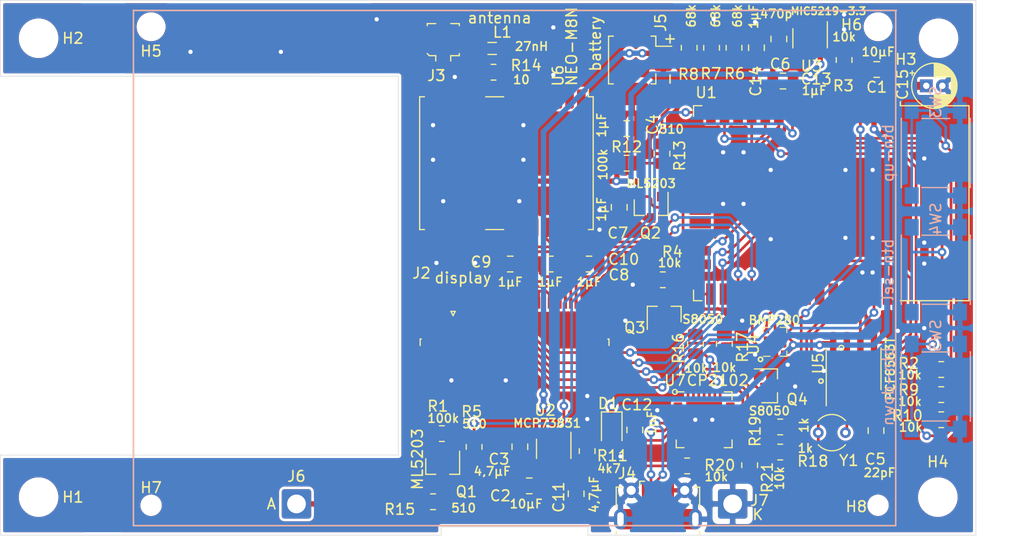
<source format=kicad_pcb>
(kicad_pcb (version 20171130) (host pcbnew "(5.1.9-0-10_14)")
  (layers (0 F.Cu signal) (31 B.Cu signal) (34 B.Paste user) (35 F.Paste user) (36 B.SilkS user) (37 F.SilkS user) (38 B.Mask user) (39 F.Mask user) (44 Edge.Cuts user))
  (net 0 "")
  (net 1 GND)
  (net 2 +3V3)
  (net 3 +BATT)
  (net 4 "Net-(C5-Pad1)")
  (net 5 /d-cs)
  (net 6 /d-rst)
  (net 7 /d-rs-dc)
  (net 8 /spi-mosi)
  (net 9 /spi-clk)
  (net 10 "Net-(J3-Pad1)")
  (net 11 "Net-(L1-Pad1)")
  (net 12 "Net-(Q1-Pad1)")
  (net 13 hwpwr)
  (net 14 "Net-(Q2-Pad1)")
  (net 15 /b-up)
  (net 16 hwen)
  (net 17 /batt-chk)
  (net 18 "Net-(R7-Pad2)")
  (net 19 /b-sel)
  (net 20 /b-down)
  (net 21 "Net-(R11-Pad1)")
  (net 22 "Net-(R14-Pad1)")
  (net 23 i2c-scl)
  (net 24 i2c-sda)
  (net 25 "Net-(U1-Pad32)")
  (net 26 /spi-miso)
  (net 27 /bmp280-cs)
  (net 28 "Net-(U1-Pad26)")
  (net 29 "Net-(U1-Pad24)")
  (net 30 "Net-(U1-Pad23)")
  (net 31 "Net-(U1-Pad22)")
  (net 32 "Net-(U1-Pad21)")
  (net 33 "Net-(U1-Pad20)")
  (net 34 "Net-(U1-Pad19)")
  (net 35 "Net-(U1-Pad18)")
  (net 36 "Net-(U1-Pad17)")
  (net 37 "Net-(U1-Pad16)")
  (net 38 chg-ind)
  (net 39 clk-int)
  (net 40 "Net-(U5-Pad2)")
  (net 41 "Net-(U6-Pad19)")
  (net 42 "Net-(U6-Pad18)")
  (net 43 "Net-(U6-Pad17)")
  (net 44 "Net-(U6-Pad16)")
  (net 45 "Net-(U6-Pad15)")
  (net 46 "Net-(U6-Pad14)")
  (net 47 "Net-(U6-Pad8)")
  (net 48 "Net-(U6-Pad6)")
  (net 49 "Net-(U6-Pad5)")
  (net 50 "Net-(U6-Pad4)")
  (net 51 "Net-(U6-Pad3)")
  (net 52 "Net-(U6-Pad2)")
  (net 53 "Net-(U6-Pad1)")
  (net 54 /gps-rx)
  (net 55 /gps-tx)
  (net 56 /usb-5v)
  (net 57 "Net-(J4-Pad4)")
  (net 58 "Net-(C6-Pad1)")
  (net 59 "Net-(C8-Pad2)")
  (net 60 "Net-(C8-Pad1)")
  (net 61 "Net-(C9-Pad2)")
  (net 62 "Net-(C10-Pad2)")
  (net 63 "Net-(C10-Pad1)")
  (net 64 /usb-d+)
  (net 65 /usb-d-)
  (net 66 "Net-(J6-Pad1)")
  (net 67 "Net-(Q1-Pad3)")
  (net 68 /s-boot)
  (net 69 "Net-(Q3-Pad2)")
  (net 70 "Net-(Q3-Pad1)")
  (net 71 /s-en)
  (net 72 "Net-(Q4-Pad2)")
  (net 73 "Net-(Q4-Pad1)")
  (net 74 d-led)
  (net 75 /s-tx)
  (net 76 "Net-(R18-Pad1)")
  (net 77 /s-rx)
  (net 78 "Net-(R19-Pad1)")
  (net 79 "Net-(U7-Pad27)")
  (net 80 "Net-(U7-Pad23)")
  (net 81 "Net-(U7-Pad22)")
  (net 82 "Net-(U7-Pad21)")
  (net 83 "Net-(U7-Pad20)")
  (net 84 "Net-(U7-Pad19)")
  (net 85 "Net-(U7-Pad18)")
  (net 86 "Net-(U7-Pad17)")
  (net 87 "Net-(U7-Pad16)")
  (net 88 "Net-(U7-Pad15)")
  (net 89 "Net-(U7-Pad14)")
  (net 90 "Net-(U7-Pad13)")
  (net 91 "Net-(U7-Pad11)")
  (net 92 "Net-(U7-Pad10)")
  (net 93 "Net-(U7-Pad2)")
  (net 94 "Net-(U7-Pad1)")
  (net 95 "Net-(U5-Pad3)")
  (net 96 "Net-(R20-Pad2)")
  (net 97 "Net-(C12-Pad2)")
  (net 98 "Net-(R21-Pad1)")
  (module Connector_Molex:Molex_PicoBlade_53261-0271_1x02-1MP_P1.25mm_Horizontal (layer F.Cu) (at 104.394 42.418 270)
    (fp_text reference J5 (at -3.4925 -2.159 90) (layer F.SilkS))
    (fp_text value battery (at -1.524 3.937 90) (layer F.SilkS))
    (pad MP smd roundrect (at 3.175 0.5 270) (size 2.1 3) (layers F.Cu F.Paste F.Mask) (roundrect_rratio 0.119047619047619) (net 1 GND))
    (pad MP smd roundrect (at -3.175 0.5 270) (size 2.1 3) (layers F.Cu F.Paste F.Mask) (roundrect_rratio 0.119047619047619) (net 1 GND))
    (pad 2 smd roundrect (at 0.625 -2.4 270) (size 0.8 1.6) (layers F.Cu F.Paste F.Mask) (net 1 GND))
    (pad 1 smd roundrect (at -0.625 -2.4 270) (size 0.8 1.6) (layers F.Cu F.Paste F.Mask) (net 3 +BATT))
  )
  (module Diode_SMD:D_0805_2012Metric (layer F.Cu) (at 101.981 77.0255 270)
    (fp_text reference D1 (at -2.4765 0.3175 180) (layer F.SilkS))
    (fp_text value D hide)
    (pad 2 smd roundrect (at 0.9375 0 270) (size 0.975 1.4) (layers F.Cu F.Paste F.Mask) (net 97 "Net-(C12-Pad2)"))
    (pad 1 smd roundrect (at -0.9375 0 270) (size 0.975 1.4) (layers F.Cu F.Paste F.Mask) (net 2 +3V3))
  )
  (module Capacitor_SMD:C_0805_2012Metric (layer F.Cu) (at 104.14 77.0255 270)
    (fp_text reference C12 (at -2.3495 -0.1905 180) (layer F.SilkS))
    (fp_text value 1μF (at -0.635 -1.5875 90) (layer F.SilkS) (effects (font (size 0.8 0.8))))
    (pad 2 smd roundrect (at 0.95 0 270) (size 1 1.45) (layers F.Cu F.Paste F.Mask) (net 97 "Net-(C12-Pad2)"))
    (pad 1 smd roundrect (at -0.95 0 270) (size 1 1.45) (layers F.Cu F.Paste F.Mask) (net 1 GND))
  )
  (module Resistor_SMD:R_0805_2012Metric (layer F.Cu) (at 109.8042 68.9864 270)
    (fp_text reference R16 (at 0.3937 1.6002 270) (layer F.SilkS))
    (fp_text value 10k (at 2.2606 -0.0762 180) (layer F.SilkS) (effects (font (size 0.8 0.8))))
    (pad 2 smd roundrect (at 0.9125 0 270) (size 1.025 1.4) (layers F.Cu F.Paste F.Mask) (roundrect_rratio 0.243902) (net 72 "Net-(Q4-Pad2)"))
    (pad 1 smd roundrect (at -0.9125 0 270) (size 1.025 1.4) (layers F.Cu F.Paste F.Mask) (roundrect_rratio 0.243902) (net 70 "Net-(Q3-Pad1)"))
  )
  (module Resistor_SMD:R_0805_2012Metric (layer F.Cu) (at 112.5093 68.9737 270)
    (fp_text reference R17 (at 0.3048 -1.6891 270) (layer F.SilkS))
    (fp_text value 10k (at 2.2098 -0.0127 180) (layer F.SilkS) (effects (font (size 0.8 0.8))))
    (pad 2 smd roundrect (at 0.9125 0 270) (size 1.025 1.4) (layers F.Cu F.Paste F.Mask) (roundrect_rratio 0.243902) (net 73 "Net-(Q4-Pad1)"))
    (pad 1 smd roundrect (at -0.9125 0 270) (size 1.025 1.4) (layers F.Cu F.Paste F.Mask) (roundrect_rratio 0.243902) (net 69 "Net-(Q3-Pad2)"))
  )
  (module Capacitor_THT:CP_Radial_D4.0mm_P1.50mm (layer F.Cu) (at 131.3815 44.831)
    (fp_text reference C15 (at -2.2225 -0.127 270) (layer F.SilkS))
    (fp_text value CP hide)
    (pad 2 thru_hole circle (at 1.5 0) (size 1.2 1.2) (drill 0.6) (layers *.Cu *.Mask) (net 1 GND))
    (pad 1 thru_hole rect (at 0 0) (size 1.2 1.2) (drill 0.6) (layers *.Cu *.Mask) (net 2 +3V3))
  )
  (module Capacitor_SMD:C_0805_2012Metric (layer F.Cu) (at 115.5065 41.275 90)
    (fp_text reference C14 (at -3.1115 -0.0635 90) (layer F.SilkS))
    (fp_text value 1μF (at 2.921 -0.254 90) (layer F.SilkS) (effects (font (size 0.8 0.8))))
    (pad 2 smd roundrect (at 0.95 0 90) (size 1 1.45) (layers F.Cu F.Paste F.Mask) (net 1 GND))
    (pad 1 smd roundrect (at -0.95 0 90) (size 1 1.45) (layers F.Cu F.Paste F.Mask) (net 17 /batt-chk))
  )
  (module Resistor_SMD:R_0805_2012Metric (layer F.Cu) (at 114.8715 80.3275 270)
    (fp_text reference R21 (at 1.143 -1.651 90) (layer F.SilkS))
    (fp_text value 10k (at 1.2065 -2.794 90) (layer F.SilkS) (effects (font (size 0.8 0.8))))
    (pad 2 smd roundrect (at 0.9125 0 270) (size 1.025 1.4) (layers F.Cu F.Paste F.Mask) (roundrect_rratio 0.243902) (net 1 GND))
    (pad 1 smd roundrect (at -0.9125 0 270) (size 1.025 1.4) (layers F.Cu F.Paste F.Mask) (roundrect_rratio 0.243902) (net 98 "Net-(R21-Pad1)"))
  )
  (module Capacitor_SMD:C_0805_2012Metric (layer F.Cu) (at 117.983 44.3865 180)
    (fp_text reference C13 (at -3.1115 0.1905) (layer F.SilkS))
    (fp_text value 1μF (at -2.921 -0.889) (layer F.SilkS) (effects (font (size 0.8 0.8))))
    (pad 2 smd roundrect (at 0.95 0 180) (size 1 1.45) (layers F.Cu F.Paste F.Mask) (net 1 GND))
    (pad 1 smd roundrect (at -0.95 0 180) (size 1 1.45) (layers F.Cu F.Paste F.Mask) (net 71 /s-en))
  )
  (module Resistor_SMD:R_0805_2012Metric (layer F.Cu) (at 117.729 76.7461)
    (fp_text reference R19 (at -2.3495 0.4064 90) (layer F.SilkS))
    (fp_text value 1k (at 2.2225 -0.1651 90) (layer F.SilkS) (effects (font (size 0.8 0.8))))
    (pad 2 smd roundrect (at 0.9125 0) (size 1.025 1.4) (layers F.Cu F.Paste F.Mask) (roundrect_rratio 0.243902) (net 77 /s-rx))
    (pad 1 smd roundrect (at -0.9125 0) (size 1.025 1.4) (layers F.Cu F.Paste F.Mask) (roundrect_rratio 0.243902) (net 78 "Net-(R19-Pad1)"))
  )
  (module Resistor_SMD:R_0805_2012Metric (layer F.Cu) (at 117.729 79.0956)
    (fp_text reference R18 (at 3.048 0.8509) (layer F.SilkS))
    (fp_text value 1k (at 2.3495 -0.3556) (layer F.SilkS) (effects (font (size 0.8 0.8))))
    (pad 2 smd roundrect (at 0.9125 0) (size 1.025 1.4) (layers F.Cu F.Paste F.Mask) (roundrect_rratio 0.243902) (net 75 /s-tx))
    (pad 1 smd roundrect (at -0.9125 0) (size 1.025 1.4) (layers F.Cu F.Paste F.Mask) (roundrect_rratio 0.243902) (net 76 "Net-(R18-Pad1)"))
  )
  (module Connector_Wire:SolderWire-1sqmm_1x01_D1.4mm_OD2.7mm (layer F.Cu) (at 113.284 83.947)
    (fp_text reference J7 (at 2.5019 -0.3175) (layer F.SilkS))
    (fp_text value K (at 2.3495 1.0033) (layer F.SilkS))
    (pad 1 thru_hole roundrect (at 0 0) (size 2.75 2.75) (drill 1.75) (layers *.Cu *.Mask) (roundrect_rratio 0.090909) (net 1 GND))
  )
  (module Resistor_SMD:R_0805_2012Metric (layer F.Cu) (at 109.0295 80.391)
    (fp_text reference R20 (at 3.048 -0.0635) (layer F.SilkS))
    (fp_text value 10k (at 2.7305 1.016) (layer F.SilkS) (effects (font (size 0.8 0.8))))
    (pad 2 smd roundrect (at 0.9125 0) (size 1.025 1.4) (layers F.Cu F.Paste F.Mask) (roundrect_rratio 0.243902) (net 96 "Net-(R20-Pad2)"))
    (pad 1 smd roundrect (at -0.9125 0) (size 1.025 1.4) (layers F.Cu F.Paste F.Mask) (roundrect_rratio 0.243902) (net 56 /usb-5v))
  )
  (module Crystal:Crystal_AT310_D3.0mm_L10.0mm_Vertical (layer F.Cu) (at 121.285 77.2795)
    (fp_text reference Y1 (at 2.8575 2.6035 180) (layer F.SilkS))
    (fp_text value 32768 hide)
    (pad 2 thru_hole circle (at 2.54 0) (size 1 1) (drill 0.5) (layers *.Cu *.Mask) (net 40 "Net-(U5-Pad2)"))
    (pad 1 thru_hole circle (at 0 0) (size 1 1) (drill 0.5) (layers *.Cu *.Mask) (net 4 "Net-(C5-Pad1)"))
  )
  (module RF_GPS:ublox_NEO (layer F.Cu) (at 92.1385 52.07 270)
    (fp_text reference U6 (at -8.1915 -4.826 90) (layer F.SilkS))
    (fp_text value NEO-M8N (at -10.922 -6.096 90) (layer F.SilkS))
    (pad 24 smd roundrect (at 6 -7 270) (size 1.8 0.8) (layers F.Cu F.Paste F.Mask) (net 1 GND))
    (pad 23 smd roundrect (at 6 -5.9 270) (size 1.8 0.8) (layers F.Cu F.Paste F.Mask) (net 13 hwpwr))
    (pad 22 smd roundrect (at 6 -4.8 270) (size 1.8 0.8) (layers F.Cu F.Paste F.Mask) (net 2 +3V3))
    (pad 21 smd roundrect (at 6 -3.7 270) (size 1.8 0.8) (layers F.Cu F.Paste F.Mask) (net 54 /gps-rx))
    (pad 20 smd roundrect (at 6 -2.6 270) (size 1.8 0.8) (layers F.Cu F.Paste F.Mask) (net 55 /gps-tx))
    (pad 19 smd roundrect (at 6 -1.5 270) (size 1.8 0.8) (layers F.Cu F.Paste F.Mask) (net 41 "Net-(U6-Pad19)"))
    (pad 18 smd roundrect (at 6 -0.4 270) (size 1.8 0.8) (layers F.Cu F.Paste F.Mask) (net 42 "Net-(U6-Pad18)"))
    (pad 17 smd roundrect (at 6 2.6 270) (size 1.8 0.8) (layers F.Cu F.Paste F.Mask) (net 43 "Net-(U6-Pad17)"))
    (pad 16 smd roundrect (at 6 3.7 270) (size 1.8 0.8) (layers F.Cu F.Paste F.Mask) (net 44 "Net-(U6-Pad16)"))
    (pad 15 smd roundrect (at 6 4.8 270) (size 1.8 0.8) (layers F.Cu F.Paste F.Mask) (net 45 "Net-(U6-Pad15)"))
    (pad 14 smd roundrect (at 6 5.9 270) (size 1.8 0.8) (layers F.Cu F.Paste F.Mask) (net 46 "Net-(U6-Pad14)"))
    (pad 13 smd roundrect (at 6 7 270) (size 1.8 0.8) (layers F.Cu F.Paste F.Mask) (net 1 GND))
    (pad 12 smd roundrect (at -6 7 270) (size 1.8 0.8) (layers F.Cu F.Paste F.Mask) (net 1 GND))
    (pad 11 smd roundrect (at -6 5.9 270) (size 1.8 0.8) (layers F.Cu F.Paste F.Mask) (net 10 "Net-(J3-Pad1)"))
    (pad 10 smd roundrect (at -6 4.8 270) (size 1.8 0.8) (layers F.Cu F.Paste F.Mask) (net 1 GND))
    (pad 9 smd roundrect (at -6 3.7 270) (size 1.8 0.8) (layers F.Cu F.Paste F.Mask) (net 22 "Net-(R14-Pad1)"))
    (pad 8 smd roundrect (at -6 2.6 270) (size 1.8 0.8) (layers F.Cu F.Paste F.Mask) (net 47 "Net-(U6-Pad8)"))
    (pad 7 smd roundrect (at -6 -0.4 270) (size 1.8 0.8) (layers F.Cu F.Paste F.Mask) (net 1 GND))
    (pad 6 smd roundrect (at -6 -1.5 270) (size 1.8 0.8) (layers F.Cu F.Paste F.Mask) (net 48 "Net-(U6-Pad6)"))
    (pad 5 smd roundrect (at -6 -2.6 270) (size 1.8 0.8) (layers F.Cu F.Paste F.Mask) (net 49 "Net-(U6-Pad5)"))
    (pad 4 smd roundrect (at -6 -3.7 270) (size 1.8 0.8) (layers F.Cu F.Paste F.Mask) (net 50 "Net-(U6-Pad4)"))
    (pad 3 smd roundrect (at -6 -4.8 270) (size 1.8 0.8) (layers F.Cu F.Paste F.Mask) (net 51 "Net-(U6-Pad3)"))
    (pad 2 smd roundrect (at -6 -5.9 270) (size 1.8 0.8) (layers F.Cu F.Paste F.Mask) (net 52 "Net-(U6-Pad2)"))
    (pad 1 smd roundrect (at -6 -7 270) (size 1.8 0.8) (layers F.Cu F.Paste F.Mask) (net 53 "Net-(U6-Pad1)"))
  )
  (module MHole:SolderWirePad_1x01_SMD_3x6mm (layer F.Cu) (at 78.2955 81.3435 90)
    (fp_text reference J12 hide)
    (fp_text value A hide)
    (pad 1 smd rect (at 0 0 90) (size 3 6) (layers F.Cu F.Paste F.Mask) (net 1 GND))
  )
  (module MHole:SolderWirePad_1x01_SMD_3x6mm (layer F.Cu) (at 54.4195 82.8675)
    (fp_text reference J11 hide)
    (fp_text value A hide)
    (pad 1 smd rect (at 0 0) (size 3 6) (layers F.Cu F.Paste F.Mask) (net 1 GND))
  )
  (module MHole:SolderWirePad_1x01_SMD_3x6mm (layer F.Cu) (at 78.2955 41.9735 90)
    (fp_text reference J10 hide)
    (fp_text value A hide)
    (pad 1 smd rect (at 0 0 90) (size 3 6) (layers F.Cu F.Paste F.Mask) (net 1 GND))
  )
  (module MHole:SolderWirePad_1x01_SMD_3x6mm (layer F.Cu) (at 54.4195 40.4495)
    (fp_text reference J9 hide)
    (fp_text value A hide)
    (pad 1 smd rect (at 0 0) (size 3 6) (layers F.Cu F.Paste F.Mask) (net 1 GND))
  )
  (module Connector_Wire:SolderWire-1sqmm_1x01_D1.4mm_OD2.7mm (layer F.Cu) (at 72.517 83.947)
    (fp_text reference J6 (at 0 -2.58) (layer F.SilkS))
    (fp_text value A (at -2.3495 0) (layer F.SilkS))
    (pad 1 thru_hole roundrect (at 0 0) (size 2.75 2.75) (drill 1.75) (layers *.Cu *.Mask) (roundrect_rratio 0.090909) (net 66 "Net-(J6-Pad1)"))
  )
  (module MountingHole:MountingHole_2.2mm_M2 (layer F.Cu) (at 126.873 39.3065)
    (fp_text reference H6 (at -2.4765 -0.1905) (layer F.SilkS))
    (fp_text value MountingHole hide)
    (pad 1 np_thru_hole circle (at 0 0) (size 2.2 2.2) (drill 2.2) (layers *.Cu *.Mask))
  )
  (module MountingHole:MountingHole_2.2mm_M2 (layer F.Cu) (at 58.928 39.3065)
    (fp_text reference H5 (at 0 2.286) (layer F.SilkS))
    (fp_text value MountingHole hide)
    (pad 1 np_thru_hole circle (at 0 0) (size 2.2 2.2) (drill 2.2) (layers *.Cu *.Mask))
  )
  (module MHole:MountingHole_1.5 (layer F.Cu) (at 126.873 84.074)
    (fp_text reference H8 (at -2.032 0.127) (layer F.SilkS))
    (fp_text value MountingHole hide)
    (pad "" np_thru_hole circle (at 0 0) (size 1.5 1.5) (drill 1.5) (layers *.Cu *.Mask))
  )
  (module MHole:MountingHole_1.5 (layer F.Cu) (at 58.928 84.074)
    (fp_text reference H7 (at 0 -1.651) (layer F.SilkS))
    (fp_text value MountingHole hide)
    (pad "" np_thru_hole circle (at 0 0) (size 1.5 1.5) (drill 1.5) (layers *.Cu *.Mask))
  )
  (module Package_DFN_QFN:QFN-28-1EP_5x5mm_P0.5mm_EP3.35x3.35mm (layer F.Cu) (at 110.617 76.073)
    (fp_text reference U7 (at -2.7305 -3.683) (layer F.SilkS))
    (fp_text value CP2102 (at 1.27 -3.683) (layer F.SilkS))
    (pad 29 smd rect (at 0 0) (size 3.35 3.35) (layers F.Cu F.Mask) (net 1 GND))
    (pad 28 smd roundrect (at -1.5 -2.45) (size 0.25 0.8) (layers F.Cu F.Paste F.Mask) (net 69 "Net-(Q3-Pad2)"))
    (pad 27 smd roundrect (at -1 -2.45) (size 0.25 0.8) (layers F.Cu F.Paste F.Mask) (net 79 "Net-(U7-Pad27)"))
    (pad 26 smd roundrect (at -0.5 -2.45) (size 0.25 0.8) (layers F.Cu F.Paste F.Mask) (net 78 "Net-(R19-Pad1)"))
    (pad 25 smd roundrect (at 0 -2.45) (size 0.25 0.8) (layers F.Cu F.Paste F.Mask) (net 76 "Net-(R18-Pad1)"))
    (pad 24 smd roundrect (at 0.5 -2.45) (size 0.25 0.8) (layers F.Cu F.Paste F.Mask) (net 72 "Net-(Q4-Pad2)"))
    (pad 23 smd roundrect (at 1 -2.45) (size 0.25 0.8) (layers F.Cu F.Paste F.Mask) (net 80 "Net-(U7-Pad23)"))
    (pad 22 smd roundrect (at 1.5 -2.45) (size 0.25 0.8) (layers F.Cu F.Paste F.Mask) (net 81 "Net-(U7-Pad22)"))
    (pad 21 smd roundrect (at 2.45 -1.5) (size 0.8 0.25) (layers F.Cu F.Paste F.Mask) (net 82 "Net-(U7-Pad21)"))
    (pad 20 smd roundrect (at 2.45 -1) (size 0.8 0.25) (layers F.Cu F.Paste F.Mask) (net 83 "Net-(U7-Pad20)"))
    (pad 19 smd roundrect (at 2.45 -0.5) (size 0.8 0.25) (layers F.Cu F.Paste F.Mask) (net 84 "Net-(U7-Pad19)"))
    (pad 18 smd roundrect (at 2.45 0) (size 0.8 0.25) (layers F.Cu F.Paste F.Mask) (net 85 "Net-(U7-Pad18)"))
    (pad 17 smd roundrect (at 2.45 0.5) (size 0.8 0.25) (layers F.Cu F.Paste F.Mask) (net 86 "Net-(U7-Pad17)"))
    (pad 16 smd roundrect (at 2.45 1) (size 0.8 0.25) (layers F.Cu F.Paste F.Mask) (net 87 "Net-(U7-Pad16)"))
    (pad 15 smd roundrect (at 2.45 1.5) (size 0.8 0.25) (layers F.Cu F.Paste F.Mask) (net 88 "Net-(U7-Pad15)"))
    (pad 14 smd roundrect (at 1.5 2.45) (size 0.25 0.8) (layers F.Cu F.Paste F.Mask) (net 89 "Net-(U7-Pad14)"))
    (pad 13 smd roundrect (at 1 2.45) (size 0.25 0.8) (layers F.Cu F.Paste F.Mask) (net 90 "Net-(U7-Pad13)"))
    (pad 12 smd roundrect (at 0.5 2.45) (size 0.25 0.8) (layers F.Cu F.Paste F.Mask) (net 98 "Net-(R21-Pad1)"))
    (pad 11 smd roundrect (at 0 2.45) (size 0.25 0.8) (layers F.Cu F.Paste F.Mask) (net 91 "Net-(U7-Pad11)"))
    (pad 10 smd roundrect (at -0.5 2.45) (size 0.25 0.8) (layers F.Cu F.Paste F.Mask) (net 92 "Net-(U7-Pad10)"))
    (pad 9 smd roundrect (at -1 2.45) (size 0.25 0.8) (layers F.Cu F.Paste F.Mask) (net 96 "Net-(R20-Pad2)"))
    (pad 8 smd roundrect (at -1.5 2.45) (size 0.25 0.8) (layers F.Cu F.Paste F.Mask) (net 56 /usb-5v))
    (pad 7 smd roundrect (at -2.45 1.5) (size 0.8 0.25) (layers F.Cu F.Paste F.Mask) (net 56 /usb-5v))
    (pad 6 smd roundrect (at -2.45 1) (size 0.8 0.25) (layers F.Cu F.Paste F.Mask) (net 97 "Net-(C12-Pad2)"))
    (pad 5 smd roundrect (at -2.45 0.5) (size 0.8 0.25) (layers F.Cu F.Paste F.Mask) (net 65 /usb-d-))
    (pad 4 smd roundrect (at -2.45 0) (size 0.8 0.25) (layers F.Cu F.Paste F.Mask) (net 64 /usb-d+))
    (pad 3 smd roundrect (at -2.45 -0.5) (size 0.8 0.25) (layers F.Cu F.Paste F.Mask) (net 1 GND))
    (pad 2 smd roundrect (at -2.45 -1) (size 0.8 0.25) (layers F.Cu F.Paste F.Mask) (net 93 "Net-(U7-Pad2)"))
    (pad 1 smd roundrect (at -2.45 -1.5) (size 0.8 0.25) (layers F.Cu F.Paste F.Mask) (net 94 "Net-(U7-Pad1)"))
  )
  (module Resistor_SMD:R_0805_2012Metric (layer F.Cu) (at 85.2805 83.7438)
    (fp_text reference R15 (at -3.1115 0.7112) (layer F.SilkS))
    (fp_text value 510 (at 2.8575 0.5842) (layer F.SilkS) (effects (font (size 0.8 0.8))))
    (pad 2 smd roundrect (at 0.9125 0) (size 1.025 1.4) (layers F.Cu F.Paste F.Mask) (roundrect_rratio 0.243902) (net 67 "Net-(Q1-Pad3)"))
    (pad 1 smd roundrect (at -0.9125 0) (size 1.025 1.4) (layers F.Cu F.Paste F.Mask) (roundrect_rratio 0.243902) (net 66 "Net-(J6-Pad1)"))
  )
  (module Capacitor_SMD:C_0805_2012Metric (layer F.Cu) (at 99.8601 61.5061)
    (fp_text reference C8 (at 2.794 1.016) (layer F.SilkS))
    (fp_text value 1μF (at 0 1.68) (layer F.SilkS) (effects (font (size 0.8 0.8))))
    (pad 2 smd roundrect (at 0.95 0) (size 1 1.45) (layers F.Cu F.Paste F.Mask) (net 59 "Net-(C8-Pad2)"))
    (pad 1 smd roundrect (at -0.95 0) (size 1 1.45) (layers F.Cu F.Paste F.Mask) (net 60 "Net-(C8-Pad1)"))
  )
  (module Capacitor_SMD:C_0805_2012Metric (layer F.Cu) (at 92.4941 61.5061)
    (fp_text reference C9 (at -2.7305 -0.1905) (layer F.SilkS))
    (fp_text value 1μF (at 0 1.68) (layer F.SilkS) (effects (font (size 0.8 0.8))))
    (pad 2 smd roundrect (at 0.95 0) (size 1 1.45) (layers F.Cu F.Paste F.Mask) (net 61 "Net-(C9-Pad2)"))
    (pad 1 smd roundrect (at -0.95 0) (size 1 1.45) (layers F.Cu F.Paste F.Mask) (net 60 "Net-(C8-Pad1)"))
  )
  (module Capacitor_SMD:C_0805_2012Metric (layer F.Cu) (at 96.2406 61.5061)
    (fp_text reference C10 (at 6.858 -0.4445) (layer F.SilkS))
    (fp_text value 1μF (at 0 1.68) (layer F.SilkS) (effects (font (size 0.8 0.8))))
    (pad 2 smd roundrect (at 0.95 0) (size 1 1.45) (layers F.Cu F.Paste F.Mask) (net 62 "Net-(C10-Pad2)"))
    (pad 1 smd roundrect (at -0.95 0) (size 1 1.45) (layers F.Cu F.Paste F.Mask) (net 63 "Net-(C10-Pad1)"))
  )
  (module Capacitor_SMD:C_0805_2012Metric (layer F.Cu) (at 98.6536 82.9945 270)
    (fp_text reference C11 (at 0.3175 1.6256 270) (layer F.SilkS))
    (fp_text value 10μF (at 0.9525 4.6736 180) (layer F.SilkS) (effects (font (size 0.8 0.8))))
    (pad 2 smd roundrect (at 0.95 0 270) (size 1 1.45) (layers F.Cu F.Paste F.Mask) (net 1 GND))
    (pad 1 smd roundrect (at -0.95 0 270) (size 1 1.45) (layers F.Cu F.Paste F.Mask) (net 56 /usb-5v))
  )
  (module Package_TO_SOT_SMD:SOT-23 (layer F.Cu) (at 106.8832 66.2178 90)
    (fp_text reference Q3 (at -1.2446 -2.7432 180) (layer F.SilkS))
    (fp_text value S8050 (at -0.4572 3.6068 180) (layer F.SilkS) (effects (font (size 0.8 0.8))))
    (pad 3 smd rect (at 1 0 90) (size 0.9 0.8) (layers F.Cu F.Paste F.Mask) (net 68 /s-boot))
    (pad 2 smd rect (at -1 0.95 90) (size 0.9 0.8) (layers F.Cu F.Paste F.Mask) (net 69 "Net-(Q3-Pad2)"))
    (pad 1 smd rect (at -1 -0.95 90) (size 0.9 0.8) (layers F.Cu F.Paste F.Mask) (net 70 "Net-(Q3-Pad1)"))
  )
  (module Package_TO_SOT_SMD:SOT-23 (layer F.Cu) (at 116.713 72.898)
    (fp_text reference Q4 (at 2.6035 1.27) (layer F.SilkS))
    (fp_text value S8050 (at 0 2.3495) (layer F.SilkS) (effects (font (size 0.8 0.8))))
    (pad 3 smd rect (at 1 0) (size 0.9 0.8) (layers F.Cu F.Paste F.Mask) (net 71 /s-en))
    (pad 2 smd rect (at -1 0.95) (size 0.9 0.8) (layers F.Cu F.Paste F.Mask) (net 72 "Net-(Q4-Pad2)"))
    (pad 1 smd rect (at -1 -0.95) (size 0.9 0.8) (layers F.Cu F.Paste F.Mask) (net 73 "Net-(Q4-Pad1)"))
  )
  (module Button_Switch_SMD:SW_Push_1P1T_NO_6x6mm_H9.5mm (layer B.Cu) (at 132.2705 72.9615 90)
    (fp_text reference SW5 (at 4.7625 0 90) (layer B.SilkS) (effects (justify mirror)))
    (fp_text value btn-down (at 0 -4.4675 90) (layer B.SilkS) (effects (justify mirror)))
    (pad 2 smd rect (at 3.975 -2.25 90) (size 1.55 1.3) (layers B.Cu B.Paste B.Mask) (net 20 /b-down))
    (pad 1 smd rect (at 3.975 2.25 90) (size 1.55 1.3) (layers B.Cu B.Paste B.Mask) (net 1 GND))
    (pad 1 smd rect (at -3.975 2.25 90) (size 1.55 1.3) (layers B.Cu B.Paste B.Mask) (net 1 GND))
    (pad 2 smd rect (at -3.975 -2.25 90) (size 1.55 1.3) (layers B.Cu B.Paste B.Mask) (net 20 /b-down))
  )
  (module Button_Switch_SMD:SW_Push_1P1T_NO_6x6mm_H9.5mm (layer B.Cu) (at 132.2705 62.0395 90)
    (fp_text reference SW4 (at 4.7625 0 90) (layer B.SilkS) (effects (justify mirror)))
    (fp_text value btn-sel (at 0 -4.4675 90) (layer B.SilkS) (effects (justify mirror)))
    (pad 2 smd rect (at 3.975 -2.25 90) (size 1.55 1.3) (layers B.Cu B.Paste B.Mask) (net 19 /b-sel))
    (pad 1 smd rect (at 3.975 2.25 90) (size 1.55 1.3) (layers B.Cu B.Paste B.Mask) (net 1 GND))
    (pad 1 smd rect (at -3.975 2.25 90) (size 1.55 1.3) (layers B.Cu B.Paste B.Mask) (net 1 GND))
    (pad 2 smd rect (at -3.975 -2.25 90) (size 1.55 1.3) (layers B.Cu B.Paste B.Mask) (net 19 /b-sel))
  )
  (module Button_Switch_SMD:SW_Push_1P1T_NO_6x6mm_H9.5mm (layer B.Cu) (at 132.2705 51.1175 90)
    (fp_text reference SW3 (at 4.7625 0 90) (layer B.SilkS) (effects (justify mirror)))
    (fp_text value btn-up (at 0 -4.4675 90) (layer B.SilkS) (effects (justify mirror)))
    (pad 2 smd rect (at 3.975 -2.25 90) (size 1.55 1.3) (layers B.Cu B.Paste B.Mask) (net 15 /b-up))
    (pad 1 smd rect (at 3.975 2.25 90) (size 1.55 1.3) (layers B.Cu B.Paste B.Mask) (net 1 GND))
    (pad 1 smd rect (at -3.975 2.25 90) (size 1.55 1.3) (layers B.Cu B.Paste B.Mask) (net 1 GND))
    (pad 2 smd rect (at -3.975 -2.25 90) (size 1.55 1.3) (layers B.Cu B.Paste B.Mask) (net 15 /b-up))
  )
  (module Connector_FFC-FPC:TE_2-1734839-4_1x24-1MP_P0.5mm_Horizontal (layer F.Cu) (at 92.9005 66.4845)
    (fp_text reference J2 (at -8.6995 -4.1275 180) (layer F.SilkS))
    (fp_text value display (at -4.826 -3.683 180) (layer F.SilkS))
    (pad MP smd rect (at 7.42 0.35) (size 2.3 3.1) (layers F.Cu F.Paste F.Mask) (net 1 GND))
    (pad MP smd rect (at -7.42 0.35) (size 2.3 3.1) (layers F.Cu F.Paste F.Mask) (net 1 GND))
    (pad 24 smd rect (at 5.75 -1.35) (size 0.3 1.1) (layers F.Cu F.Paste F.Mask) (net 59 "Net-(C8-Pad2)"))
    (pad 23 smd rect (at 5.25 -1.35) (size 0.3 1.1) (layers F.Cu F.Paste F.Mask) (net 62 "Net-(C10-Pad2)"))
    (pad 22 smd rect (at 4.75 -1.35) (size 0.3 1.1) (layers F.Cu F.Paste F.Mask) (net 63 "Net-(C10-Pad1)"))
    (pad 21 smd rect (at 4.25 -1.35) (size 0.3 1.1) (layers F.Cu F.Paste F.Mask) (net 61 "Net-(C9-Pad2)"))
    (pad 20 smd rect (at 3.75 -1.35) (size 0.3 1.1) (layers F.Cu F.Paste F.Mask) (net 60 "Net-(C8-Pad1)"))
    (pad 19 smd rect (at 3.25 -1.35) (size 0.3 1.1) (layers F.Cu F.Paste F.Mask) (net 2 +3V3))
    (pad 18 smd rect (at 2.75 -1.35) (size 0.3 1.1) (layers F.Cu F.Paste F.Mask) (net 1 GND))
    (pad 17 smd rect (at 2.25 -1.35) (size 0.3 1.1) (layers F.Cu F.Paste F.Mask) (net 2 +3V3))
    (pad 16 smd rect (at 1.75 -1.35) (size 0.3 1.1) (layers F.Cu F.Paste F.Mask) (net 1 GND))
    (pad 15 smd rect (at 1.25 -1.35) (size 0.3 1.1) (layers F.Cu F.Paste F.Mask) (net 1 GND))
    (pad 14 smd rect (at 0.75 -1.35) (size 0.3 1.1) (layers F.Cu F.Paste F.Mask) (net 1 GND))
    (pad 13 smd rect (at 0.25 -1.35) (size 0.3 1.1) (layers F.Cu F.Paste F.Mask) (net 5 /d-cs))
    (pad 12 smd rect (at -0.25 -1.35) (size 0.3 1.1) (layers F.Cu F.Paste F.Mask) (net 7 /d-rs-dc))
    (pad 11 smd rect (at -0.75 -1.35) (size 0.3 1.1) (layers F.Cu F.Paste F.Mask) (net 2 +3V3))
    (pad 10 smd rect (at -1.25 -1.35) (size 0.3 1.1) (layers F.Cu F.Paste F.Mask) (net 2 +3V3))
    (pad 9 smd rect (at -1.75 -1.35) (size 0.3 1.1) (layers F.Cu F.Paste F.Mask) (net 6 /d-rst))
    (pad 8 smd rect (at -2.25 -1.35) (size 0.3 1.1) (layers F.Cu F.Paste F.Mask) (net 9 /spi-clk))
    (pad 7 smd rect (at -2.75 -1.35) (size 0.3 1.1) (layers F.Cu F.Paste F.Mask) (net 8 /spi-mosi))
    (pad 6 smd rect (at -3.25 -1.35) (size 0.3 1.1) (layers F.Cu F.Paste F.Mask) (net 8 /spi-mosi))
    (pad 5 smd rect (at -3.75 -1.35) (size 0.3 1.1) (layers F.Cu F.Paste F.Mask) (net 8 /spi-mosi))
    (pad 4 smd rect (at -4.25 -1.35) (size 0.3 1.1) (layers F.Cu F.Paste F.Mask) (net 2 +3V3))
    (pad 3 smd rect (at -4.75 -1.35) (size 0.3 1.1) (layers F.Cu F.Paste F.Mask) (net 2 +3V3))
    (pad 2 smd rect (at -5.25 -1.35) (size 0.3 1.1) (layers F.Cu F.Paste F.Mask) (net 2 +3V3))
    (pad 1 smd rect (at -5.75 -1.35) (size 0.3 1.1) (layers F.Cu F.Paste F.Mask) (net 2 +3V3))
  )
  (module Resistor_SMD:R_0805_2012Metric (layer F.Cu) (at 132.7785 71.374)
    (fp_text reference R2 (at -3.048 -0.5715) (layer F.SilkS))
    (fp_text value 10k (at -2.921 0.508 180) (layer F.SilkS) (effects (font (size 0.8 0.8))))
    (pad 2 smd roundrect (at 0.9125 0) (size 1.025 1.4) (layers F.Cu F.Paste F.Mask) (roundrect_rratio 0.2439014634146341) (net 15 /b-up))
    (pad 1 smd roundrect (at -0.9125 0) (size 1.025 1.4) (layers F.Cu F.Paste F.Mask) (roundrect_rratio 0.2439014634146341) (net 2 +3V3))
  )
  (module Capacitor_SMD:C_0805_2012Metric (layer F.Cu) (at 102.6795 56.1975 270)
    (fp_text reference C7 (at 2.413 0.127 180) (layer F.SilkS))
    (fp_text value 1μF (at 0.1905 1.651 90) (layer F.SilkS) (effects (font (size 0.8 0.8))))
    (pad 2 smd roundrect (at 0.95 0 270) (size 1 1.45) (layers F.Cu F.Paste F.Mask) (net 1 GND))
    (pad 1 smd roundrect (at -0.95 0 270) (size 1 1.45) (layers F.Cu F.Paste F.Mask) (net 13 hwpwr))
  )
  (module Capacitor_SMD:C_0805_2012Metric (layer F.Cu) (at 117.602 40.4495 90)
    (fp_text reference C6 (at -2.3495 0.127) (layer F.SilkS))
    (fp_text value 470p (at 2.3495 -0.254) (layer F.SilkS) (effects (font (size 0.8 0.8))))
    (pad 2 smd roundrect (at 0.95 0 90) (size 1 1.45) (layers F.Cu F.Paste F.Mask) (net 1 GND))
    (pad 1 smd roundrect (at -0.95 0 90) (size 1 1.45) (layers F.Cu F.Paste F.Mask) (net 58 "Net-(C6-Pad1)"))
  )
  (module Connector_USB:USB_Micro-B_Molex-105017-0001 (layer F.Cu) (at 106.299 84.1375)
    (fp_text reference J4 (at -2.8956 -3.048) (layer F.SilkS))
    (fp_text value USB_B_Micro hide)
    (pad 6 smd rect (at -2.9 1.2375) (size 1.2 1.9) (layers F.Cu F.Mask) (net 1 GND))
    (pad 6 smd rect (at 2.9 1.2375) (size 1.2 1.9) (layers F.Cu F.Mask) (net 1 GND))
    (pad 6 thru_hole oval (at 3.5 1.2375) (size 1.2 1.9) (drill oval 0.6 1.3) (layers *.Cu *.Mask) (net 1 GND))
    (pad 6 thru_hole oval (at -3.5 1.2375 180) (size 1.2 1.9) (drill oval 0.6 1.3) (layers *.Cu *.Mask) (net 1 GND))
    (pad 6 smd rect (at -1 1.2375) (size 1.5 1.9) (layers F.Cu F.Paste F.Mask) (net 1 GND))
    (pad 6 thru_hole circle (at 2.5 -1.4625) (size 1.45 1.45) (drill 0.85) (layers *.Cu *.Mask) (net 1 GND))
    (pad 3 smd rect (at 0 -1.4625) (size 0.4 1.35) (layers F.Cu F.Paste F.Mask) (net 64 /usb-d+))
    (pad 4 smd rect (at 0.65 -1.4625) (size 0.4 1.35) (layers F.Cu F.Paste F.Mask) (net 57 "Net-(J4-Pad4)"))
    (pad 5 smd rect (at 1.3 -1.4625) (size 0.4 1.35) (layers F.Cu F.Paste F.Mask) (net 1 GND))
    (pad 1 smd rect (at -1.3 -1.4625) (size 0.4 1.35) (layers F.Cu F.Paste F.Mask) (net 56 /usb-5v))
    (pad 2 smd rect (at -0.65 -1.4625) (size 0.4 1.35) (layers F.Cu F.Paste F.Mask) (net 65 /usb-d-))
    (pad 6 thru_hole circle (at -2.5 -1.4625) (size 1.45 1.45) (drill 0.85) (layers *.Cu *.Mask) (net 1 GND))
    (pad 6 smd rect (at 1 1.2375) (size 1.5 1.9) (layers F.Cu F.Paste F.Mask) (net 1 GND))
  )
  (module Package_SO:SOIC-8_3.9x4.9mm_P1.27mm (layer F.Cu) (at 124.587 71.3105 90)
    (fp_text reference U5 (at 0.508 -3.302 270) (layer F.SilkS))
    (fp_text value PCF8563T (at 0 3.429 270) (layer F.SilkS) (effects (font (size 0.8 0.8))))
    (pad 8 smd roundrect (at 2.475 -1.905 90) (size 1.95 0.6) (layers F.Cu F.Paste F.Mask) (net 2 +3V3))
    (pad 7 smd roundrect (at 2.475 -0.635 90) (size 1.95 0.6) (layers F.Cu F.Paste F.Mask) (net 39 clk-int))
    (pad 6 smd roundrect (at 2.475 0.635 90) (size 1.95 0.6) (layers F.Cu F.Paste F.Mask) (net 23 i2c-scl))
    (pad 5 smd roundrect (at 2.475 1.905 90) (size 1.95 0.6) (layers F.Cu F.Paste F.Mask) (net 24 i2c-sda))
    (pad 4 smd roundrect (at -2.475 1.905 90) (size 1.95 0.6) (layers F.Cu F.Paste F.Mask) (net 1 GND))
    (pad 3 smd roundrect (at -2.475 0.635 90) (size 1.95 0.6) (layers F.Cu F.Paste F.Mask) (net 95 "Net-(U5-Pad3)"))
    (pad 2 smd roundrect (at -2.475 -0.635 90) (size 1.95 0.6) (layers F.Cu F.Paste F.Mask) (net 40 "Net-(U5-Pad2)"))
    (pad 1 smd roundrect (at -2.475 -1.905 90) (size 1.95 0.6) (layers F.Cu F.Paste F.Mask) (net 4 "Net-(C5-Pad1)"))
  )
  (module Package_LGA:Bosch_LGA-8_2x2.5mm_P0.65mm_ClockwisePinNumbering (layer F.Cu) (at 117.2464 68.7832 90)
    (fp_text reference U4 (at -0.254 -2.032 90) (layer F.SilkS))
    (fp_text value BMP280 (at 2.032 -0.0635 180) (layer F.SilkS) (effects (font (size 0.8 0.8))))
    (pad 8 smd rect (at -0.975 0.8 180) (size 0.5 0.35) (layers F.Cu F.Paste F.Mask) (net 2 +3V3))
    (pad 2 smd rect (at -0.325 -0.8 180) (size 0.5 0.35) (layers F.Cu F.Paste F.Mask) (net 27 /bmp280-cs))
    (pad 3 smd rect (at 0.325 -0.8 180) (size 0.5 0.35) (layers F.Cu F.Paste F.Mask) (net 8 /spi-mosi))
    (pad 4 smd rect (at 0.975 -0.8 180) (size 0.5 0.35) (layers F.Cu F.Paste F.Mask) (net 9 /spi-clk))
    (pad 7 smd rect (at -0.325 0.8 180) (size 0.5 0.35) (layers F.Cu F.Paste F.Mask) (net 1 GND))
    (pad 6 smd rect (at 0.325 0.8 180) (size 0.5 0.35) (layers F.Cu F.Paste F.Mask) (net 2 +3V3))
    (pad 5 smd rect (at 0.975 0.8 180) (size 0.5 0.35) (layers F.Cu F.Paste F.Mask) (net 26 /spi-miso))
    (pad 1 smd rect (at -0.975 -0.8 180) (size 0.5 0.35) (layers F.Cu F.Paste F.Mask) (net 1 GND))
  )
  (module Package_TO_SOT_SMD:SOT-23-5 (layer F.Cu) (at 120.523 40.386 270)
    (fp_text reference U3 (at 2.6035 -0.127 180) (layer F.SilkS))
    (fp_text value MIC5219-3.3 (at -2.54 -1.7145 180) (layer F.SilkS) (effects (font (size 0.7 0.7))))
    (pad 5 smd rect (at 1.1 -0.95 270) (size 1.06 0.65) (layers F.Cu F.Paste F.Mask) (net 2 +3V3))
    (pad 4 smd rect (at 1.1 0.95 270) (size 1.06 0.65) (layers F.Cu F.Paste F.Mask) (net 58 "Net-(C6-Pad1)"))
    (pad 3 smd rect (at -1.1 0.95 270) (size 1.06 0.65) (layers F.Cu F.Paste F.Mask) (net 3 +BATT))
    (pad 2 smd rect (at -1.1 0 270) (size 1.06 0.65) (layers F.Cu F.Paste F.Mask) (net 1 GND))
    (pad 1 smd rect (at -1.1 -0.95 270) (size 1.06 0.65) (layers F.Cu F.Paste F.Mask) (net 3 +BATT))
  )
  (module Package_TO_SOT_SMD:SOT-23-5 (layer F.Cu) (at 96.5581 78.7908 270)
    (fp_text reference U2 (at -3.6068 0.8001 180) (layer F.SilkS))
    (fp_text value MCP73831 (at -2.4003 0.6096 180) (layer F.SilkS) (effects (font (size 0.8 0.8))))
    (pad 5 smd rect (at 1.1 -0.95 270) (size 1.06 0.65) (layers F.Cu F.Paste F.Mask) (net 21 "Net-(R11-Pad1)"))
    (pad 4 smd rect (at 1.1 0.95 270) (size 1.06 0.65) (layers F.Cu F.Paste F.Mask) (net 56 /usb-5v))
    (pad 3 smd rect (at -1.1 0.95 270) (size 1.06 0.65) (layers F.Cu F.Paste F.Mask) (net 3 +BATT))
    (pad 2 smd rect (at -1.1 0 270) (size 1.06 0.65) (layers F.Cu F.Paste F.Mask) (net 1 GND))
    (pad 1 smd rect (at -1.1 -0.95 270) (size 1.06 0.65) (layers F.Cu F.Paste F.Mask) (net 38 chg-ind))
  )
  (module RF_Module:ESP32-WROOM-32 (layer F.Cu) (at 119.507 55.8165 270)
    (fp_text reference U1 (at -10.3505 8.6995) (layer F.SilkS))
    (fp_text value ESP32-WROOM-32)
    (pad 38 smd rect (at 8.5 -8.255 270) (size 2 0.9) (layers F.Cu F.Paste F.Mask) (net 1 GND))
    (pad 37 smd rect (at 8.5 -6.985 270) (size 2 0.9) (layers F.Cu F.Paste F.Mask) (net 8 /spi-mosi))
    (pad 36 smd rect (at 8.5 -5.715 270) (size 2 0.9) (layers F.Cu F.Paste F.Mask) (net 23 i2c-scl))
    (pad 35 smd rect (at 8.5 -4.445 270) (size 2 0.9) (layers F.Cu F.Paste F.Mask) (net 75 /s-tx))
    (pad 34 smd rect (at 8.5 -3.175 270) (size 2 0.9) (layers F.Cu F.Paste F.Mask) (net 77 /s-rx))
    (pad 33 smd rect (at 8.5 -1.905 270) (size 2 0.9) (layers F.Cu F.Paste F.Mask) (net 24 i2c-sda))
    (pad 32 smd rect (at 8.5 -0.635 270) (size 2 0.9) (layers F.Cu F.Paste F.Mask) (net 25 "Net-(U1-Pad32)"))
    (pad 31 smd rect (at 8.5 0.635 270) (size 2 0.9) (layers F.Cu F.Paste F.Mask) (net 26 /spi-miso))
    (pad 30 smd rect (at 8.5 1.905 270) (size 2 0.9) (layers F.Cu F.Paste F.Mask) (net 9 /spi-clk))
    (pad 29 smd rect (at 8.5 3.175 270) (size 2 0.9) (layers F.Cu F.Paste F.Mask) (net 27 /bmp280-cs))
    (pad 28 smd rect (at 8.5 4.445 270) (size 2 0.9) (layers F.Cu F.Paste F.Mask) (net 54 /gps-rx))
    (pad 27 smd rect (at 8.5 5.715 270) (size 2 0.9) (layers F.Cu F.Paste F.Mask) (net 55 /gps-tx))
    (pad 26 smd rect (at 8.5 6.985 270) (size 2 0.9) (layers F.Cu F.Paste F.Mask) (net 28 "Net-(U1-Pad26)"))
    (pad 25 smd rect (at 8.5 8.255 270) (size 2 0.9) (layers F.Cu F.Paste F.Mask) (net 68 /s-boot))
    (pad 24 smd rect (at 5.715 9.255) (size 2 0.9) (layers F.Cu F.Paste F.Mask) (net 29 "Net-(U1-Pad24)"))
    (pad 23 smd rect (at 4.445 9.255) (size 2 0.9) (layers F.Cu F.Paste F.Mask) (net 30 "Net-(U1-Pad23)"))
    (pad 22 smd rect (at 3.175 9.255) (size 2 0.9) (layers F.Cu F.Paste F.Mask) (net 31 "Net-(U1-Pad22)"))
    (pad 21 smd rect (at 1.905 9.255) (size 2 0.9) (layers F.Cu F.Paste F.Mask) (net 32 "Net-(U1-Pad21)"))
    (pad 20 smd rect (at 0.635 9.255) (size 2 0.9) (layers F.Cu F.Paste F.Mask) (net 33 "Net-(U1-Pad20)"))
    (pad 19 smd rect (at -0.635 9.255) (size 2 0.9) (layers F.Cu F.Paste F.Mask) (net 34 "Net-(U1-Pad19)"))
    (pad 18 smd rect (at -1.905 9.255) (size 2 0.9) (layers F.Cu F.Paste F.Mask) (net 35 "Net-(U1-Pad18)"))
    (pad 17 smd rect (at -3.175 9.255) (size 2 0.9) (layers F.Cu F.Paste F.Mask) (net 36 "Net-(U1-Pad17)"))
    (pad 16 smd rect (at -4.445 9.255) (size 2 0.9) (layers F.Cu F.Paste F.Mask) (net 37 "Net-(U1-Pad16)"))
    (pad 15 smd rect (at -5.715 9.255) (size 2 0.9) (layers F.Cu F.Paste F.Mask) (net 1 GND))
    (pad 14 smd rect (at -8.5 8.255 270) (size 2 0.9) (layers F.Cu F.Paste F.Mask) (net 38 chg-ind))
    (pad 13 smd rect (at -8.5 6.985 270) (size 2 0.9) (layers F.Cu F.Paste F.Mask) (net 39 clk-int))
    (pad 12 smd rect (at -8.5 5.715 270) (size 2 0.9) (layers F.Cu F.Paste F.Mask) (net 16 hwen))
    (pad 11 smd rect (at -8.5 4.445 270) (size 2 0.9) (layers F.Cu F.Paste F.Mask) (net 5 /d-cs))
    (pad 10 smd rect (at -8.5 3.175 270) (size 2 0.9) (layers F.Cu F.Paste F.Mask) (net 7 /d-rs-dc))
    (pad 9 smd rect (at -8.5 1.905 270) (size 2 0.9) (layers F.Cu F.Paste F.Mask) (net 6 /d-rst))
    (pad 8 smd rect (at -8.5 0.635 270) (size 2 0.9) (layers F.Cu F.Paste F.Mask) (net 74 d-led))
    (pad 7 smd rect (at -8.5 -0.635 270) (size 2 0.9) (layers F.Cu F.Paste F.Mask) (net 20 /b-down))
    (pad 6 smd rect (at -8.5 -1.905 270) (size 2 0.9) (layers F.Cu F.Paste F.Mask) (net 19 /b-sel))
    (pad 5 smd rect (at -8.5 -3.175 270) (size 2 0.9) (layers F.Cu F.Paste F.Mask) (net 15 /b-up))
    (pad 4 smd rect (at -8.5 -4.445 270) (size 2 0.9) (layers F.Cu F.Paste F.Mask) (net 17 /batt-chk))
    (pad 3 smd rect (at -8.5 -5.715 270) (size 2 0.9) (layers F.Cu F.Paste F.Mask) (net 71 /s-en))
    (pad 2 smd rect (at -8.5 -6.985 270) (size 2 0.9) (layers F.Cu F.Paste F.Mask) (net 2 +3V3))
    (pad 1 smd rect (at -8.5 -8.255 270) (size 2 0.9) (layers F.Cu F.Paste F.Mask) (net 1 GND))
    (pad 39 smd rect (at -1 -0.755 270) (size 5 5) (layers F.Cu F.Paste F.Mask) (net 1 GND))
  )
  (module Resistor_SMD:R_0805_2012Metric (layer F.Cu) (at 90.932 43.561)
    (fp_text reference R14 (at 3.048 -0.635) (layer F.SilkS))
    (fp_text value 10 (at 2.6035 0.6985) (layer F.SilkS) (effects (font (size 0.8 0.8))))
    (pad 2 smd roundrect (at 0.9125 0) (size 1.025 1.4) (layers F.Cu F.Paste F.Mask) (roundrect_rratio 0.2439014634146341) (net 11 "Net-(L1-Pad1)"))
    (pad 1 smd roundrect (at -0.9125 0) (size 1.025 1.4) (layers F.Cu F.Paste F.Mask) (roundrect_rratio 0.2439014634146341) (net 22 "Net-(R14-Pad1)"))
  )
  (module Resistor_SMD:R_0805_2012Metric (layer F.Cu) (at 106.68 51.181 270)
    (fp_text reference R13 (at 0.1905 -1.651 270) (layer F.SilkS))
    (fp_text value 510 (at -2.286 -0.889 180) (layer F.SilkS) (effects (font (size 0.8 0.8))))
    (pad 2 smd roundrect (at 0.9125 0 270) (size 1.025 1.4) (layers F.Cu F.Paste F.Mask) (roundrect_rratio 0.2439014634146341) (net 14 "Net-(Q2-Pad1)"))
    (pad 1 smd roundrect (at -0.9125 0 270) (size 1.025 1.4) (layers F.Cu F.Paste F.Mask) (roundrect_rratio 0.2439014634146341) (net 16 hwen))
  )
  (module Resistor_SMD:R_0805_2012Metric (layer F.Cu) (at 103.378 52.07)
    (fp_text reference R12 (at 0 -1.524) (layer F.SilkS))
    (fp_text value 100k (at -2.2225 0.127 90) (layer F.SilkS) (effects (font (size 0.8 0.8))))
    (pad 2 smd roundrect (at 0.9125 0) (size 1.025 1.4) (layers F.Cu F.Paste F.Mask) (roundrect_rratio 0.2439014634146341) (net 14 "Net-(Q2-Pad1)"))
    (pad 1 smd roundrect (at -0.9125 0) (size 1.025 1.4) (layers F.Cu F.Paste F.Mask) (roundrect_rratio 0.2439014634146341) (net 2 +3V3))
  )
  (module Resistor_SMD:R_0805_2012Metric (layer F.Cu) (at 99.6823 79.0067 90)
    (fp_text reference R11 (at -0.4318 2.3622 180) (layer F.SilkS))
    (fp_text value 4k7 (at -1.6383 2.0447 180) (layer F.SilkS) (effects (font (size 0.8 0.8))))
    (pad 2 smd roundrect (at 0.9125 0 90) (size 1.025 1.4) (layers F.Cu F.Paste F.Mask) (roundrect_rratio 0.2439014634146341) (net 1 GND))
    (pad 1 smd roundrect (at -0.9125 0 90) (size 1.025 1.4) (layers F.Cu F.Paste F.Mask) (roundrect_rratio 0.2439014634146341) (net 21 "Net-(R11-Pad1)"))
  )
  (module Resistor_SMD:R_0805_2012Metric (layer F.Cu) (at 132.7785 76.073)
    (fp_text reference R10 (at -3.175 -0.381) (layer F.SilkS))
    (fp_text value 10k (at -2.8575 0.6985) (layer F.SilkS) (effects (font (size 0.8 0.8))))
    (pad 2 smd roundrect (at 0.9125 0) (size 1.025 1.4) (layers F.Cu F.Paste F.Mask) (roundrect_rratio 0.2439014634146341) (net 20 /b-down))
    (pad 1 smd roundrect (at -0.9125 0) (size 1.025 1.4) (layers F.Cu F.Paste F.Mask) (roundrect_rratio 0.2439014634146341) (net 2 +3V3))
  )
  (module Resistor_SMD:R_0805_2012Metric (layer F.Cu) (at 132.7785 73.7235)
    (fp_text reference R9 (at -3.048 -0.4445) (layer F.SilkS))
    (fp_text value 10k (at -2.921 0.635 180) (layer F.SilkS) (effects (font (size 0.8 0.8))))
    (pad 2 smd roundrect (at 0.9125 0) (size 1.025 1.4) (layers F.Cu F.Paste F.Mask) (roundrect_rratio 0.2439014634146341) (net 19 /b-sel))
    (pad 1 smd roundrect (at -0.9125 0) (size 1.025 1.4) (layers F.Cu F.Paste F.Mask) (roundrect_rratio 0.2439014634146341) (net 2 +3V3))
  )
  (module Resistor_SMD:R_0805_2012Metric (layer F.Cu) (at 109.22 41.275 270)
    (fp_text reference R8 (at 2.4765 0.0635 180) (layer F.SilkS))
    (fp_text value 68k (at -2.9845 -0.1905 270) (layer F.SilkS) (effects (font (size 0.8 0.8))))
    (pad 2 smd roundrect (at 0.9125 0 270) (size 1.025 1.4) (layers F.Cu F.Paste F.Mask) (roundrect_rratio 0.2439014634146341) (net 1 GND))
    (pad 1 smd roundrect (at -0.9125 0 270) (size 1.025 1.4) (layers F.Cu F.Paste F.Mask) (roundrect_rratio 0.2439014634146341) (net 18 "Net-(R7-Pad2)"))
  )
  (module Resistor_SMD:R_0805_2012Metric (layer F.Cu) (at 111.3155 41.275 90)
    (fp_text reference R7 (at -2.413 -0.0635 180) (layer F.SilkS))
    (fp_text value 68k (at 2.9845 0.381 90) (layer F.SilkS) (effects (font (size 0.8 0.8))))
    (pad 2 smd roundrect (at 0.9125 0 90) (size 1.025 1.4) (layers F.Cu F.Paste F.Mask) (roundrect_rratio 0.2439014634146341) (net 18 "Net-(R7-Pad2)"))
    (pad 1 smd roundrect (at -0.9125 0 90) (size 1.025 1.4) (layers F.Cu F.Paste F.Mask) (roundrect_rratio 0.2439014634146341) (net 17 /batt-chk))
  )
  (module Resistor_SMD:R_0805_2012Metric (layer F.Cu) (at 113.411 41.275 270)
    (fp_text reference R6 (at 2.413 -0.0635 180) (layer F.SilkS))
    (fp_text value 68k (at -2.9845 -0.3175 90) (layer F.SilkS) (effects (font (size 0.8 0.8))))
    (pad 2 smd roundrect (at 0.9125 0 270) (size 1.025 1.4) (layers F.Cu F.Paste F.Mask) (roundrect_rratio 0.2439014634146341) (net 17 /batt-chk))
    (pad 1 smd roundrect (at -0.9125 0 270) (size 1.025 1.4) (layers F.Cu F.Paste F.Mask) (roundrect_rratio 0.2439014634146341) (net 3 +BATT))
  )
  (module Resistor_SMD:R_0805_2012Metric (layer F.Cu) (at 89.1159 78.613 270)
    (fp_text reference R5 (at -3.302 0.2159 180) (layer F.SilkS))
    (fp_text value 510 (at -2.159 -0.0381 180) (layer F.SilkS) (effects (font (size 0.8 0.8))))
    (pad 2 smd roundrect (at 0.9125 0 270) (size 1.025 1.4) (layers F.Cu F.Paste F.Mask) (roundrect_rratio 0.2439014634146341) (net 12 "Net-(Q1-Pad1)"))
    (pad 1 smd roundrect (at -0.9125 0 270) (size 1.025 1.4) (layers F.Cu F.Paste F.Mask) (roundrect_rratio 0.2439014634146341) (net 74 d-led))
  )
  (module Resistor_SMD:R_0805_2012Metric (layer F.Cu) (at 106.7562 62.9793)
    (fp_text reference R4 (at 0.889 -2.6035) (layer F.SilkS))
    (fp_text value 10k (at 0.635 -1.5875) (layer F.SilkS) (effects (font (size 0.8 0.8))))
    (pad 2 smd roundrect (at 0.9125 0) (size 1.025 1.4) (layers F.Cu F.Paste F.Mask) (roundrect_rratio 0.2439014634146341) (net 68 /s-boot))
    (pad 1 smd roundrect (at -0.9125 0) (size 1.025 1.4) (layers F.Cu F.Paste F.Mask) (roundrect_rratio 0.2439014634146341) (net 2 +3V3))
  )
  (module Resistor_SMD:R_0805_2012Metric (layer F.Cu) (at 123.698 42.418 270)
    (fp_text reference R3 (at 2.413 0.0635 180) (layer F.SilkS))
    (fp_text value 10k (at -2.159 0 180) (layer F.SilkS) (effects (font (size 0.8 0.8))))
    (pad 2 smd roundrect (at 0.9125 0 270) (size 1.025 1.4) (layers F.Cu F.Paste F.Mask) (roundrect_rratio 0.2439014634146341) (net 71 /s-en))
    (pad 1 smd roundrect (at -0.9125 0 270) (size 1.025 1.4) (layers F.Cu F.Paste F.Mask) (roundrect_rratio 0.2439014634146341) (net 2 +3V3))
  )
  (module Resistor_SMD:R_0805_2012Metric (layer F.Cu) (at 86.106 77.3684)
    (fp_text reference R1 (at -0.381 -2.5654) (layer F.SilkS))
    (fp_text value 100k (at 0.127 -1.4224) (layer F.SilkS) (effects (font (size 0.8 0.8))))
    (pad 2 smd roundrect (at 0.9125 0) (size 1.025 1.4) (layers F.Cu F.Paste F.Mask) (roundrect_rratio 0.2439014634146341) (net 12 "Net-(Q1-Pad1)"))
    (pad 1 smd roundrect (at -0.9125 0) (size 1.025 1.4) (layers F.Cu F.Paste F.Mask) (roundrect_rratio 0.2439014634146341) (net 2 +3V3))
  )
  (module Package_TO_SOT_SMD:SOT-23 (layer F.Cu) (at 105.664 56.1975 270)
    (fp_text reference Q2 (at 2.413 0.0635 180) (layer F.SilkS))
    (fp_text value ML5203 (at -2.2225 0 180) (layer F.SilkS) (effects (font (size 0.8 0.8))))
    (pad 3 smd rect (at 1 0 270) (size 0.9 0.8) (layers F.Cu F.Paste F.Mask) (net 13 hwpwr))
    (pad 2 smd rect (at -1 0.95 270) (size 0.9 0.8) (layers F.Cu F.Paste F.Mask) (net 2 +3V3))
    (pad 1 smd rect (at -1 -0.95 270) (size 0.9 0.8) (layers F.Cu F.Paste F.Mask) (net 14 "Net-(Q2-Pad1)"))
  )
  (module Package_TO_SOT_SMD:SOT-23 (layer F.Cu) (at 86.1822 80.4164 270)
    (fp_text reference Q1 (at 2.3876 -2.2098 180) (layer F.SilkS))
    (fp_text value ML5203 (at -0.6604 2.3622 90) (layer F.SilkS))
    (pad 3 smd rect (at 1 0 270) (size 0.9 0.8) (layers F.Cu F.Paste F.Mask) (net 67 "Net-(Q1-Pad3)"))
    (pad 2 smd rect (at -1 0.95 270) (size 0.9 0.8) (layers F.Cu F.Paste F.Mask) (net 2 +3V3))
    (pad 1 smd rect (at -1 -0.95 270) (size 0.9 0.8) (layers F.Cu F.Paste F.Mask) (net 12 "Net-(Q1-Pad1)"))
  )
  (module Inductor_SMD:L_0805_2012Metric (layer F.Cu) (at 90.805 41.3385 180)
    (fp_text reference L1 (at -0.9525 1.524) (layer F.SilkS))
    (fp_text value 27nH (at -3.683 0.1905) (layer F.SilkS) (effects (font (size 0.8 0.8))))
    (pad 2 smd roundrect (at 1.0625 0 180) (size 0.875 1.2) (layers F.Cu F.Paste F.Mask) (net 10 "Net-(J3-Pad1)"))
    (pad 1 smd roundrect (at -1.0625 0 180) (size 0.875 1.2) (layers F.Cu F.Paste F.Mask) (net 11 "Net-(L1-Pad1)"))
  )
  (module Connector_Coaxial:U.FL_Molex_MCRF_73412-0110_Vertical (layer F.Cu) (at 86.233 40.513)
    (fp_text reference J3 (at -0.635 3.3655) (layer F.SilkS))
    (fp_text value antenna (at 5.2705 -2.032 180) (layer F.SilkS))
    (pad 1 smd rect (at 0 1.5) (size 1 1) (layers F.Cu F.Paste F.Mask) (net 10 "Net-(J3-Pad1)"))
    (pad 2 smd rect (at 0 -1.5) (size 1 1) (layers F.Cu F.Paste F.Mask) (net 1 GND))
    (pad 2 smd rect (at 1.475 0) (size 1.05 2.2) (layers F.Cu F.Paste F.Mask) (net 1 GND))
    (pad 2 smd rect (at -1.475 0) (size 1.05 2.2) (layers F.Cu F.Paste F.Mask) (net 1 GND))
  )
  (module MountingHole:MountingHole_3.2mm_M3 (layer F.Cu) (at 132.461 83.312)
    (fp_text reference H4 (at 0 -3.302) (layer F.SilkS))
    (fp_text value MountingHole hide)
    (pad 1 np_thru_hole circle (at 0 0) (size 3.2 3.2) (drill 3.2) (layers *.Cu *.Mask))
  )
  (module MountingHole:MountingHole_3.2mm_M3 (layer F.Cu) (at 132.5245 40.386)
    (fp_text reference H3 (at -3.048 1.9685) (layer F.SilkS))
    (fp_text value MountingHole hide)
    (pad 1 np_thru_hole circle (at 0 0) (size 3.2 3.2) (drill 3.2) (layers *.Cu *.Mask))
  )
  (module MountingHole:MountingHole_3.2mm_M3 (layer F.Cu) (at 48.412 40.386)
    (fp_text reference H2 (at 3.2135 0) (layer F.SilkS))
    (fp_text value MountingHole hide)
    (pad 1 np_thru_hole circle (at 0 0) (size 3.2 3.2) (drill 3.2) (layers *.Cu *.Mask))
  )
  (module MountingHole:MountingHole_3.2mm_M3 (layer F.Cu) (at 48.412 83.312)
    (fp_text reference H1 (at 3.2135 0) (layer F.SilkS))
    (fp_text value MountingHole hide)
    (pad 1 np_thru_hole circle (at 0 0) (size 3.2 3.2) (drill 3.2) (layers *.Cu *.Mask))
  )
  (module Capacitor_SMD:C_0805_2012Metric (layer F.Cu) (at 126.6825 77.089 90)
    (fp_text reference C5 (at -2.667 -0.0635 180) (layer F.SilkS))
    (fp_text value 22pF (at -3.937 0.3175 180) (layer F.SilkS) (effects (font (size 0.8 0.8))))
    (pad 2 smd roundrect (at 0.95 0 90) (size 1 1.45) (layers F.Cu F.Paste F.Mask) (net 1 GND))
    (pad 1 smd roundrect (at -0.95 0 90) (size 1 1.45) (layers F.Cu F.Paste F.Mask) (net 4 "Net-(C5-Pad1)"))
  )
  (module Capacitor_SMD:C_0805_2012Metric (layer F.Cu) (at 103.378 48.8315)
    (fp_text reference C4 (at 2.413 -0.381 270) (layer F.SilkS))
    (fp_text value 1μF (at -2.3495 -0.3175 270) (layer F.SilkS) (effects (font (size 0.8 0.8))))
    (pad 2 smd roundrect (at 0.95 0) (size 1 1.45) (layers F.Cu F.Paste F.Mask) (net 1 GND))
    (pad 1 smd roundrect (at -0.95 0) (size 1 1.45) (layers F.Cu F.Paste F.Mask) (net 2 +3V3))
  )
  (module Capacitor_SMD:C_0805_2012Metric (layer F.Cu) (at 93.3958 78.6003 270)
    (fp_text reference C3 (at 1.1557 1.9558 180) (layer F.SilkS))
    (fp_text value 4,7μF (at 2.2987 2.5908 180) (layer F.SilkS) (effects (font (size 0.8 0.8))))
    (pad 2 smd roundrect (at 0.95 0 270) (size 1 1.45) (layers F.Cu F.Paste F.Mask) (net 1 GND))
    (pad 1 smd roundrect (at -0.95 0 270) (size 1 1.45) (layers F.Cu F.Paste F.Mask) (net 3 +BATT))
  )
  (module Capacitor_SMD:C_0805_2012Metric (layer F.Cu) (at 94.2721 82.2579 180)
    (fp_text reference C2 (at 2.7051 -0.9271 180) (layer F.SilkS))
    (fp_text value 4,7μF (at -6.0579 -0.8001 90) (layer F.SilkS) (effects (font (size 0.8 0.8))))
    (pad 2 smd roundrect (at 0.95 0 180) (size 1 1.45) (layers F.Cu F.Paste F.Mask) (net 1 GND))
    (pad 1 smd roundrect (at -0.95 0 180) (size 1 1.45) (layers F.Cu F.Paste F.Mask) (net 56 /usb-5v))
  )
  (module Capacitor_SMD:C_0805_2012Metric (layer F.Cu) (at 126.746 43.307)
    (fp_text reference C1 (at 0 1.651) (layer F.SilkS))
    (fp_text value 10μF (at 0.127 -1.651) (layer F.SilkS) (effects (font (size 0.8 0.8))))
    (pad 2 smd roundrect (at 0.95 0) (size 1 1.45) (layers F.Cu F.Paste F.Mask) (net 1 GND))
    (pad 1 smd roundrect (at -0.95 0) (size 1 1.45) (layers F.Cu F.Paste F.Mask) (net 2 +3V3))
  )
  (gr_text - (at 107.5055 44.196 -90) (layer F.SilkS) (effects (font (size 1 1))))
  (gr_circle (center 121.539 72.4535) (end 121.739805 72.4535) (layer F.SilkS) (width 0.15))
  (gr_circle (center 115.8875 70.4215) (end 116.088305 70.4215) (layer F.SilkS) (width 0.15))
  (gr_circle (center 107.8865 73.4695) (end 108.0135 73.66) (layer F.SilkS) (width 0.12))
  (gr_circle (center 123.444 69.342) (end 123.571 69.5325) (layer F.SilkS) (width 0.12))
  (gr_line (start 86.0425 86.868) (end 44.831 86.868) (layer Edge.Cuts) (width 0.05))
  (gr_line (start 99.7585 86.868) (end 136.017 86.868) (layer Edge.Cuts) (width 0.05))
  (gr_line (start 86.0425 86.106) (end 99.7585 86.106) (layer Edge.Cuts) (width 0.05))
  (gr_line (start 86.0425 86.868) (end 86.0425 86.106) (layer Edge.Cuts) (width 0.05))
  (gr_line (start 99.7585 86.868) (end 99.7585 86.106) (layer Edge.Cuts) (width 0.05))
  (gr_line (start 44.831 43.942) (end 44.831 36.83) (layer Edge.Cuts) (width 0.05))
  (gr_line (start 44.831 79.375) (end 44.831 86.868) (layer Edge.Cuts) (width 0.05))
  (gr_line (start 82.042 79.375) (end 44.831 79.375) (layer Edge.Cuts) (width 0.05))
  (gr_line (start 82.042 43.942) (end 82.042 79.375) (layer Edge.Cuts) (width 0.05))
  (gr_line (start 44.831 43.942) (end 82.042 43.942) (layer Edge.Cuts) (width 0.05))
  (gr_line (start 57.277 85.979) (end 57.277 37.7825) (layer B.SilkS) (width 0.15))
  (gr_line (start 128.524 85.979) (end 57.277 85.979) (layer B.SilkS) (width 0.15))
  (gr_line (start 128.524 37.7825) (end 128.524 85.979) (layer B.SilkS) (width 0.15))
  (gr_line (start 57.277 37.7825) (end 128.5875 37.7825) (layer B.SilkS) (width 0.15))
  (gr_text + (at 107.5055 40.4495 -90) (layer F.SilkS) (effects (font (size 1 1))))
  (gr_text "GPS-adv v0.4.1" (at 69.977 38.735) (layer F.Cu) (effects (font (size 1.5 1.5) (thickness 0.3))))
  (gr_line (start 136.017 36.83) (end 136.017 86.868) (layer Edge.Cuts) (width 0.05))
  (gr_line (start 44.831 36.83) (end 136.017 36.83) (layer Edge.Cuts) (width 0.05))
  (via (at 111.379 76.073) (size 0.8) (drill 0.4) (layers F.Cu B.Cu) (net 1))
  (via (at 121.793 71.501) (size 0.8) (drill 0.4) (layers F.Cu B.Cu) (net 1))
  (via (at 99.695 76.0095) (size 0.8) (drill 0.4) (layers F.Cu B.Cu) (net 1))
  (via (at 103.251 66.802) (size 0.8) (drill 0.4) (layers F.Cu B.Cu) (net 1))
  (via (at 103.9495 63.4365) (size 0.8) (drill 0.4) (layers F.Cu B.Cu) (net 1))
  (via (at 85.598 61.4045) (size 0.8) (drill 0.4) (layers F.Cu B.Cu) (net 1))
  (via (at 89.2175 61.4045) (size 0.8) (drill 0.4) (layers F.Cu B.Cu) (net 1))
  (via (at 86.233 55.626) (size 0.8) (drill 0.4) (layers F.Cu B.Cu) (net 1))
  (via (at 93.345 55.626) (size 0.8) (drill 0.4) (layers F.Cu B.Cu) (net 1))
  (via (at 85.2805 51.7525) (size 0.8) (drill 0.4) (layers F.Cu B.Cu) (net 1))
  (via (at 93.726 51.7525) (size 0.8) (drill 0.4) (layers F.Cu B.Cu) (net 1))
  (via (at 93.726 48.514) (size 0.8) (drill 0.4) (layers F.Cu B.Cu) (net 1))
  (via (at 85.2805 48.514) (size 0.8) (drill 0.4) (layers F.Cu B.Cu) (net 1))
  (via (at 62.611 41.656) (size 0.8) (drill 0.4) (layers F.Cu B.Cu) (net 1))
  (via (at 71.0565 41.656) (size 0.8) (drill 0.4) (layers F.Cu B.Cu) (net 1))
  (via (at 80.01 38.608) (size 0.8) (drill 0.4) (layers F.Cu B.Cu) (net 1))
  (via (at 96.52 39.37) (size 0.8) (drill 0.4) (layers F.Cu B.Cu) (net 1))
  (via (at 96.52 43.815) (size 0.8) (drill 0.4) (layers F.Cu B.Cu) (net 1))
  (via (at 112.395 51.054) (size 0.8) (drill 0.4) (layers F.Cu B.Cu) (net 1))
  (via (at 112.395 55.88) (size 0.8) (drill 0.4) (layers F.Cu B.Cu) (net 1))
  (via (at 114.3 55.88) (size 0.8) (drill 0.4) (layers F.Cu B.Cu) (net 1))
  (via (at 114.3 51.054) (size 0.8) (drill 0.4) (layers F.Cu B.Cu) (net 1))
  (via (at 123.825 59.055) (size 0.8) (drill 0.4) (layers F.Cu B.Cu) (net 1))
  (via (at 116.84 59.182) (size 0.8) (drill 0.4) (layers F.Cu B.Cu) (net 1))
  (via (at 126.365 52.705) (size 0.8) (drill 0.4) (layers F.Cu B.Cu) (net 1))
  (via (at 116.84 52.705) (size 0.8) (drill 0.4) (layers F.Cu B.Cu) (net 1))
  (via (at 123.825 52.705) (size 0.8) (drill 0.4) (layers F.Cu B.Cu) (net 1))
  (via (at 126.365 59.055) (size 0.8) (drill 0.4) (layers F.Cu B.Cu) (net 1))
  (via (at 126.365 62.2935) (size 0.8) (drill 0.4) (layers F.Cu B.Cu) (net 1))
  (via (at 125.4125 62.2935) (size 0.8) (drill 0.4) (layers F.Cu B.Cu) (net 1))
  (via (at 119.126 72.9615) (size 0.8) (drill 0.4) (layers F.Cu B.Cu) (net 1))
  (via (at 118.4275 70.9295) (size 0.8) (drill 0.4) (layers F.Cu B.Cu) (net 1))
  (via (at 114.173 66.802) (size 0.8) (drill 0.4) (layers F.Cu B.Cu) (net 1))
  (via (at 115.3795 69.977) (size 0.8) (drill 0.4) (layers F.Cu B.Cu) (net 1))
  (segment (start 116.4464 69.7582) (end 116.9318 69.7582) (width 0.25) (layer F.Cu) (net 1))
  (segment (start 117.5818 69.1082) (end 118.0464 69.1082) (width 0.25) (layer F.Cu) (net 1))
  (segment (start 117.221 69.469) (end 117.221 70.4215) (width 0.25) (layer F.Cu) (net 1))
  (segment (start 116.9318 69.7582) (end 117.221 69.469) (width 0.25) (layer F.Cu) (net 1))
  (segment (start 117.221 69.469) (end 117.5818 69.1082) (width 0.25) (layer F.Cu) (net 1))
  (segment (start 110.2059 76.7414) (end 110.7059 77.2414) (width 0.25) (layer F.Cu) (net 1))
  (segment (start 94.1505 65.1345) (end 94.1505 66.7185) (width 0.25) (layer F.Cu) (net 1))
  (segment (start 94.6505 66.2185) (end 94.6505 65.1345) (width 0.25) (layer F.Cu) (net 1))
  (segment (start 94.1505 66.7185) (end 94.6505 66.2185) (width 0.25) (layer F.Cu) (net 1))
  (segment (start 93.6505 66.052) (end 93.6505 65.1345) (width 0.25) (layer F.Cu) (net 1))
  (segment (start 96.29 66.1035) (end 96.3415 66.052) (width 0.25) (layer F.Cu) (net 1))
  (segment (start 93.702 66.1035) (end 96.29 66.1035) (width 0.25) (layer F.Cu) (net 1))
  (segment (start 93.6505 66.052) (end 93.702 66.1035) (width 0.25) (layer F.Cu) (net 1))
  (via (at 100.838 56.4515) (size 0.8) (drill 0.4) (layers F.Cu B.Cu) (net 1))
  (via (at 100.838 58.293) (size 0.8) (drill 0.4) (layers F.Cu B.Cu) (net 1))
  (segment (start 93.6505 66.536) (end 93.6505 66.052) (width 0.25) (layer F.Cu) (net 1))
  (segment (start 95.6505 68.536) (end 93.6505 66.536) (width 0.25) (layer F.Cu) (net 1))
  (segment (start 95.6505 65.1345) (end 95.6505 68.536) (width 0.25) (layer F.Cu) (net 1))
  (via (at 106.2355 75.184) (size 0.8) (drill 0.4) (layers F.Cu B.Cu) (net 1))
  (via (at 86.995 72.39) (size 0.8) (drill 0.4) (layers F.Cu B.Cu) (net 1))
  (via (at 92.075 72.39) (size 0.8) (drill 0.4) (layers F.Cu B.Cu) (net 1))
  (via (at 87.3125 44.0055) (size 0.8) (drill 0.4) (layers F.Cu B.Cu) (net 1))
  (via (at 131.191 51.6255) (size 0.8) (drill 0.4) (layers F.Cu B.Cu) (net 1))
  (via (at 131.191 59.4995) (size 0.8) (drill 0.4) (layers F.Cu B.Cu) (net 1))
  (via (at 131.191 61.468) (size 0.8) (drill 0.4) (layers F.Cu B.Cu) (net 1))
  (via (at 131.191 67.5005) (size 0.8) (drill 0.4) (layers F.Cu B.Cu) (net 1))
  (via (at 128.7145 67.7545) (size 0.8) (drill 0.4) (layers F.Cu B.Cu) (net 1))
  (segment (start 107.599 82.675) (end 108.799 82.675) (width 0.4) (layer F.Cu) (net 1))
  (segment (start 126.492 75.9485) (end 126.6825 76.139) (width 0.25) (layer F.Cu) (net 1))
  (segment (start 126.492 73.7855) (end 126.492 75.9485) (width 0.25) (layer F.Cu) (net 1))
  (via (at 115.3795 38.862) (size 0.8) (drill 0.4) (layers F.Cu B.Cu) (net 1))
  (via (at 123.698 38.1635) (size 0.8) (drill 0.4) (layers F.Cu B.Cu) (net 1))
  (via (at 123.698 39.5605) (size 0.8) (drill 0.4) (layers F.Cu B.Cu) (net 1))
  (via (at 109.7915 76.073) (size 0.8) (drill 0.4) (layers F.Cu B.Cu) (net 1))
  (via (at 99.695 73.8505) (size 0.8) (drill 0.4) (layers F.Cu B.Cu) (net 1))
  (segment (start 106.7515 75.573) (end 106.7435 75.565) (width 0.25) (layer F.Cu) (net 1))
  (segment (start 108.167 75.573) (end 106.7515 75.573) (width 0.25) (layer F.Cu) (net 1))
  (via (at 111.506 38.608) (size 0.8) (drill 0.4) (layers F.Cu B.Cu) (net 1))
  (via (at 102.8065 79.502) (size 0.8) (drill 0.4) (layers F.Cu B.Cu) (net 1))
  (segment (start 123.6785 41.486) (end 123.698 41.5055) (width 0.75) (layer F.Cu) (net 2))
  (segment (start 121.473 41.486) (end 123.6785 41.486) (width 0.75) (layer F.Cu) (net 2))
  (segment (start 126.492 47.3165) (end 126.492 45.3644) (width 0.75) (layer F.Cu) (net 2))
  (segment (start 125.796 44.6684) (end 125.796 43.307) (width 0.75) (layer F.Cu) (net 2))
  (segment (start 126.492 45.3644) (end 125.796 44.6684) (width 0.75) (layer F.Cu) (net 2))
  (segment (start 102.428 52.0325) (end 102.4655 52.07) (width 0.5) (layer F.Cu) (net 2))
  (segment (start 102.428 48.8315) (end 102.428 52.0325) (width 0.5) (layer F.Cu) (net 2))
  (segment (start 104.714 54.2188) (end 104.714 55.1975) (width 0.5) (layer F.Cu) (net 2))
  (segment (start 104.2416 53.7464) (end 104.714 54.2188) (width 0.5) (layer F.Cu) (net 2))
  (segment (start 103.7844 53.7464) (end 104.2416 53.7464) (width 0.5) (layer F.Cu) (net 2))
  (via (at 103.7844 53.7464) (size 0.8) (drill 0.4) (layers F.Cu B.Cu) (net 2))
  (segment (start 85.2322 77.4071) (end 85.1935 77.3684) (width 0.5) (layer F.Cu) (net 2))
  (segment (start 85.2322 79.4164) (end 85.2322 77.4071) (width 0.5) (layer F.Cu) (net 2))
  (segment (start 85.1935 77.3684) (end 85.1935 75.3383) (width 0.5) (layer F.Cu) (net 2))
  (segment (start 85.1935 75.3383) (end 85.1935 75.3383) (width 0.5) (layer F.Cu) (net 2))
  (segment (start 131.866 71.374) (end 131.866 76.073) (width 0.25) (layer F.Cu) (net 2))
  (segment (start 96.1505 64.349498) (end 95.852612 64.05161) (width 0.25) (layer F.Cu) (net 2))
  (segment (start 96.1505 65.1345) (end 96.1505 64.349498) (width 0.25) (layer F.Cu) (net 2))
  (segment (start 87.6505 64.07472) (end 87.67361 64.05161) (width 0.25) (layer F.Cu) (net 2))
  (segment (start 87.6505 65.1345) (end 87.6505 64.07472) (width 0.25) (layer F.Cu) (net 2))
  (segment (start 88.1505 64.05692) (end 88.14519 64.05161) (width 0.25) (layer F.Cu) (net 2))
  (segment (start 88.1505 65.1345) (end 88.1505 64.05692) (width 0.25) (layer F.Cu) (net 2))
  (segment (start 88.14519 64.05161) (end 87.67361 64.05161) (width 0.25) (layer F.Cu) (net 2))
  (segment (start 88.6505 64.0633) (end 88.63881 64.05161) (width 0.25) (layer F.Cu) (net 2))
  (segment (start 88.6505 65.1345) (end 88.6505 64.0633) (width 0.25) (layer F.Cu) (net 2))
  (segment (start 88.63881 64.05161) (end 88.14519 64.05161) (width 0.25) (layer F.Cu) (net 2))
  (segment (start 91.6505 65.1345) (end 91.6505 64.05172) (width 0.25) (layer F.Cu) (net 2))
  (segment (start 91.6505 64.05172) (end 91.65039 64.05161) (width 0.25) (layer F.Cu) (net 2))
  (segment (start 92.1505 64.0581) (end 92.14401 64.05161) (width 0.25) (layer F.Cu) (net 2))
  (segment (start 92.1505 65.1345) (end 92.1505 64.0581) (width 0.25) (layer F.Cu) (net 2))
  (segment (start 92.14401 64.05161) (end 91.65039 64.05161) (width 0.25) (layer F.Cu) (net 2))
  (segment (start 95.1505 65.1345) (end 95.1505 64.0567) (width 0.25) (layer F.Cu) (net 2))
  (segment (start 95.1505 64.0567) (end 95.15559 64.05161) (width 0.25) (layer F.Cu) (net 2))
  (segment (start 95.15559 64.05161) (end 92.14401 64.05161) (width 0.25) (layer F.Cu) (net 2))
  (segment (start 95.852612 64.05161) (end 95.15559 64.05161) (width 0.25) (layer F.Cu) (net 2))
  (segment (start 83.78701 53.7464) (end 83.2612 54.27221) (width 0.5) (layer F.Cu) (net 2))
  (segment (start 83.2612 73.406) (end 85.1935 75.3383) (width 0.5) (layer F.Cu) (net 2))
  (segment (start 88.66219 64.05161) (end 88.6505 64.0633) (width 0.25) (layer F.Cu) (net 2))
  (segment (start 91.65039 64.05161) (end 88.66219 64.05161) (width 0.25) (layer F.Cu) (net 2))
  (segment (start 83.26839 64.05161) (end 83.2612 64.0588) (width 0.25) (layer F.Cu) (net 2))
  (segment (start 83.2612 64.0588) (end 83.2612 73.406) (width 0.5) (layer F.Cu) (net 2))
  (segment (start 83.2612 54.27221) (end 83.2612 64.0588) (width 0.5) (layer F.Cu) (net 2))
  (segment (start 87.1505 64.07292) (end 87.12919 64.05161) (width 0.25) (layer F.Cu) (net 2))
  (segment (start 87.1505 65.1345) (end 87.1505 64.07292) (width 0.25) (layer F.Cu) (net 2))
  (segment (start 87.12919 64.05161) (end 83.26839 64.05161) (width 0.25) (layer F.Cu) (net 2))
  (segment (start 87.67361 64.05161) (end 87.12919 64.05161) (width 0.25) (layer F.Cu) (net 2))
  (segment (start 96.9385 53.7851) (end 96.9772 53.7464) (width 0.25) (layer F.Cu) (net 2))
  (segment (start 96.9772 53.7464) (end 83.78701 53.7464) (width 0.5) (layer F.Cu) (net 2))
  (segment (start 96.9385 58.07) (end 96.9385 53.7851) (width 0.25) (layer F.Cu) (net 2))
  (segment (start 102.4655 53.6975) (end 102.5144 53.7464) (width 0.5) (layer F.Cu) (net 2))
  (segment (start 102.4655 52.07) (end 102.4655 53.6975) (width 0.5) (layer F.Cu) (net 2))
  (segment (start 102.5144 53.7464) (end 102.4128 53.7464) (width 0.5) (layer F.Cu) (net 2))
  (segment (start 103.7844 53.7464) (end 102.5144 53.7464) (width 0.5) (layer F.Cu) (net 2))
  (segment (start 121.472998 42.8142) (end 120.5484 43.738798) (width 0.5) (layer B.Cu) (net 2))
  (segment (start 121.473 42.8142) (end 121.472998 42.8142) (width 0.5) (layer B.Cu) (net 2))
  (segment (start 120.5484 43.738798) (end 105.664002 43.738798) (width 0.5) (layer B.Cu) (net 2))
  (segment (start 103.7844 45.6184) (end 103.7844 53.7464) (width 0.5) (layer B.Cu) (net 2))
  (segment (start 105.664002 43.738798) (end 103.7844 45.6184) (width 0.5) (layer B.Cu) (net 2))
  (segment (start 121.473 41.486) (end 121.473 42.8142) (width 0.5) (layer F.Cu) (net 2))
  (segment (start 121.473 42.8142) (end 120.5484 43.7388) (width 0.5) (layer F.Cu) (net 2))
  (segment (start 121.473 42.8142) (end 121.473 42.8142) (width 0.5) (layer F.Cu) (net 2))
  (via (at 121.473 42.8142) (size 0.8) (drill 0.4) (layers F.Cu B.Cu) (net 2))
  (segment (start 120.5484 43.7388) (end 120.5484 43.7388) (width 0.5) (layer F.Cu) (net 2))
  (via (at 120.5484 43.7388) (size 0.8) (drill 0.4) (layers F.Cu B.Cu) (net 2))
  (segment (start 103.7844 53.7464) (end 102.4636 53.7464) (width 0.5) (layer B.Cu) (net 2))
  (segment (start 102.4128 53.7464) (end 96.9772 53.7464) (width 0.5) (layer F.Cu) (net 2))
  (via (at 102.4128 53.7464) (size 0.8) (drill 0.4) (layers F.Cu B.Cu) (net 2))
  (segment (start 118.5193 69.7582) (end 118.0464 69.7582) (width 0.25) (layer F.Cu) (net 2))
  (segment (start 118.5597 68.4582) (end 118.9355 68.834) (width 0.25) (layer F.Cu) (net 2))
  (segment (start 118.9355 69.342) (end 118.5193 69.7582) (width 0.25) (layer F.Cu) (net 2))
  (segment (start 118.9355 68.834) (end 118.9355 69.088) (width 0.25) (layer F.Cu) (net 2))
  (segment (start 118.0464 68.4582) (end 118.5597 68.4582) (width 0.25) (layer F.Cu) (net 2))
  (segment (start 118.9355 69.088) (end 118.9355 69.342) (width 0.25) (layer F.Cu) (net 2))
  (via (at 118.9355 69.088) (size 0.8) (drill 0.4) (layers F.Cu B.Cu) (net 2))
  (via (at 121.412 69.088) (size 0.8) (drill 0.4) (layers F.Cu B.Cu) (net 2))
  (segment (start 121.6645 68.8355) (end 121.412 69.088) (width 0.25) (layer F.Cu) (net 2))
  (segment (start 122.682 68.8355) (end 121.6645 68.8355) (width 0.25) (layer F.Cu) (net 2))
  (segment (start 122.682 68.8355) (end 122.682 70.612) (width 0.25) (layer F.Cu) (net 2))
  (segment (start 123.444 71.374) (end 131.866 71.374) (width 0.25) (layer F.Cu) (net 2))
  (segment (start 122.682 70.612) (end 123.444 71.374) (width 0.25) (layer F.Cu) (net 2))
  (segment (start 105.8437 62.0503) (end 105.8437 62.9793) (width 0.25) (layer F.Cu) (net 2))
  (segment (start 108.6485 59.2455) (end 105.8437 62.0503) (width 0.25) (layer F.Cu) (net 2))
  (segment (start 108.6485 56.642) (end 108.6485 59.2455) (width 0.25) (layer F.Cu) (net 2))
  (segment (start 108.204 56.1975) (end 108.6485 56.642) (width 0.25) (layer F.Cu) (net 2))
  (segment (start 105.664 55.88) (end 105.9815 56.1975) (width 0.25) (layer F.Cu) (net 2))
  (segment (start 105.426 55.1975) (end 105.664 55.4355) (width 0.25) (layer F.Cu) (net 2))
  (segment (start 105.664 55.4355) (end 105.664 55.88) (width 0.25) (layer F.Cu) (net 2))
  (segment (start 105.9815 56.1975) (end 108.204 56.1975) (width 0.25) (layer F.Cu) (net 2))
  (segment (start 104.714 55.1975) (end 105.426 55.1975) (width 0.25) (layer F.Cu) (net 2))
  (via (at 126.492 48.895) (size 0.8) (drill 0.4) (layers F.Cu B.Cu) (net 2))
  (segment (start 126.492 47.3165) (end 126.492 48.895) (width 0.5) (layer F.Cu) (net 2))
  (segment (start 125.796 42.23) (end 125.796 43.307) (width 0.75) (layer F.Cu) (net 2))
  (segment (start 125.0715 41.5055) (end 125.796 42.23) (width 0.75) (layer F.Cu) (net 2))
  (segment (start 123.698 41.5055) (end 125.0715 41.5055) (width 0.75) (layer F.Cu) (net 2))
  (segment (start 126.492 48.895) (end 127.6985 50.1015) (width 0.5) (layer B.Cu) (net 2))
  (segment (start 127.6985 50.1015) (end 127.6985 67.818) (width 0.5) (layer B.Cu) (net 2))
  (segment (start 126.4285 69.088) (end 121.412 69.088) (width 0.5) (layer B.Cu) (net 2))
  (segment (start 127.6985 67.818) (end 126.4285 69.088) (width 0.5) (layer B.Cu) (net 2))
  (segment (start 121.412 69.088) (end 118.9355 69.088) (width 0.5) (layer B.Cu) (net 2))
  (segment (start 118.9355 69.088) (end 113.88725 74.13625) (width 0.5) (layer B.Cu) (net 2))
  (via (at 101.981 74.803) (size 0.8) (drill 0.4) (layers F.Cu B.Cu) (net 2))
  (segment (start 102.64775 74.13625) (end 101.981 74.803) (width 0.5) (layer B.Cu) (net 2))
  (segment (start 113.88725 74.13625) (end 102.64775 74.13625) (width 0.5) (layer B.Cu) (net 2))
  (segment (start 101.981 74.803) (end 101.981 76.088) (width 0.5) (layer F.Cu) (net 2))
  (segment (start 126.492 45.3644) (end 128.7526 45.3644) (width 0.75) (layer F.Cu) (net 2))
  (segment (start 129.286 44.831) (end 131.3815 44.831) (width 0.75) (layer F.Cu) (net 2))
  (segment (start 128.7526 45.3644) (end 129.286 44.831) (width 0.75) (layer F.Cu) (net 2))
  (segment (start 121.473 39.286) (end 121.473 38.0594) (width 0.5) (layer F.Cu) (net 3))
  (segment (start 121.473 38.0594) (end 121.0056 37.592) (width 0.5) (layer F.Cu) (net 3))
  (segment (start 107.048 38.748) (end 107.048 41.793) (width 0.5) (layer F.Cu) (net 3))
  (segment (start 108.204 37.592) (end 107.048 38.748) (width 0.5) (layer F.Cu) (net 3))
  (segment (start 114.2365 37.6047) (end 114.2492 37.592) (width 0.25) (layer F.Cu) (net 3))
  (segment (start 119.573 37.6022) (end 119.5832 37.592) (width 0.25) (layer F.Cu) (net 3))
  (segment (start 119.573 39.286) (end 119.573 37.6022) (width 0.25) (layer F.Cu) (net 3))
  (segment (start 119.5832 37.592) (end 114.2492 37.592) (width 0.5) (layer F.Cu) (net 3))
  (segment (start 121.0056 37.592) (end 119.5832 37.592) (width 0.5) (layer F.Cu) (net 3))
  (segment (start 93.4363 77.6908) (end 93.3958 77.6503) (width 0.5) (layer F.Cu) (net 3))
  (segment (start 95.6081 77.6908) (end 93.4363 77.6908) (width 0.5) (layer F.Cu) (net 3))
  (via (at 95.6056 73.7108) (size 0.8) (drill 0.4) (layers F.Cu B.Cu) (net 3))
  (via (at 95.6081 74.7751) (size 0.8) (drill 0.4) (layers F.Cu B.Cu) (net 3))
  (segment (start 95.6056 73.7108) (end 95.6056 74.7726) (width 0.5) (layer F.Cu) (net 3))
  (segment (start 95.6056 74.7726) (end 95.6081 74.7751) (width 0.5) (layer F.Cu) (net 3))
  (segment (start 95.6081 73.7133) (end 95.6056 73.7108) (width 0.5) (layer B.Cu) (net 3))
  (segment (start 95.6081 74.7751) (end 95.6081 73.7133) (width 0.5) (layer B.Cu) (net 3))
  (segment (start 95.6081 74.7751) (end 95.6081 77.6908) (width 0.5) (layer F.Cu) (net 3))
  (via (at 104.8385 41.783) (size 0.8) (drill 0.4) (layers F.Cu B.Cu) (net 3))
  (segment (start 104.8485 41.793) (end 104.8385 41.783) (width 0.5) (layer F.Cu) (net 3))
  (segment (start 106.794 41.793) (end 104.8485 41.793) (width 0.5) (layer F.Cu) (net 3))
  (via (at 103.632 41.783) (size 0.8) (drill 0.4) (layers F.Cu B.Cu) (net 3))
  (segment (start 104.8385 41.783) (end 103.632 41.783) (width 0.5) (layer B.Cu) (net 3))
  (segment (start 102.9335 41.783) (end 103.632 41.783) (width 0.5) (layer B.Cu) (net 3))
  (segment (start 95.6056 49.1109) (end 102.9335 41.783) (width 0.5) (layer B.Cu) (net 3))
  (segment (start 95.6056 73.7108) (end 95.6056 49.1109) (width 0.5) (layer B.Cu) (net 3))
  (segment (start 113.411 37.592) (end 108.204 37.592) (width 0.5) (layer F.Cu) (net 3))
  (segment (start 113.411 40.3625) (end 113.411 37.592) (width 0.25) (layer F.Cu) (net 3))
  (segment (start 114.2492 37.592) (end 113.411 37.592) (width 0.5) (layer F.Cu) (net 3))
  (segment (start 122.682 73.7855) (end 122.682 75.1205) (width 0.25) (layer F.Cu) (net 4))
  (segment (start 121.285 76.5175) (end 121.285 77.2795) (width 0.25) (layer F.Cu) (net 4))
  (segment (start 122.682 75.1205) (end 121.285 76.5175) (width 0.25) (layer F.Cu) (net 4))
  (segment (start 125.4785 78.039) (end 126.6825 78.039) (width 0.25) (layer F.Cu) (net 4))
  (segment (start 124.587 78.9305) (end 125.4785 78.039) (width 0.25) (layer F.Cu) (net 4))
  (segment (start 122.174 78.9305) (end 124.587 78.9305) (width 0.25) (layer F.Cu) (net 4))
  (segment (start 121.285 78.0415) (end 122.174 78.9305) (width 0.25) (layer F.Cu) (net 4))
  (segment (start 121.285 77.2795) (end 121.285 78.0415) (width 0.25) (layer F.Cu) (net 4))
  (via (at 112.3315 59.3725) (size 0.8) (drill 0.4) (layers F.Cu B.Cu) (net 5))
  (via (at 103.6955 69.7865) (size 0.8) (drill 0.4) (layers F.Cu B.Cu) (net 5))
  (segment (start 115.062 47.3165) (end 115.062 56.642) (width 0.25) (layer F.Cu) (net 5))
  (segment (start 115.062 56.642) (end 112.3315 59.3725) (width 0.25) (layer F.Cu) (net 5))
  (segment (start 93.1505 66.79236) (end 96.14464 69.7865) (width 0.25) (layer F.Cu) (net 5))
  (segment (start 96.14464 69.7865) (end 103.6955 69.7865) (width 0.25) (layer F.Cu) (net 5))
  (segment (start 93.1505 65.1345) (end 93.1505 66.79236) (width 0.25) (layer F.Cu) (net 5))
  (segment (start 107.3785 69.7865) (end 103.6955 69.7865) (width 0.25) (layer B.Cu) (net 5))
  (segment (start 111.0615 66.1035) (end 107.3785 69.7865) (width 0.25) (layer B.Cu) (net 5))
  (segment (start 111.0615 60.076815) (end 111.0615 66.1035) (width 0.25) (layer B.Cu) (net 5))
  (segment (start 112.3315 59.3725) (end 111.765815 59.3725) (width 0.25) (layer B.Cu) (net 5))
  (segment (start 111.765815 59.3725) (end 111.0615 60.076815) (width 0.25) (layer B.Cu) (net 5))
  (segment (start 112.3315 61.2775) (end 112.3315 61.2775) (width 0.25) (layer F.Cu) (net 6))
  (via (at 112.339269 61.388481) (size 0.8) (drill 0.4) (layers F.Cu B.Cu) (net 6))
  (via (at 105.19299 71.564553) (size 0.8) (drill 0.4) (layers F.Cu B.Cu) (net 6))
  (segment (start 112.855519 61.388481) (end 112.339269 61.388481) (width 0.25) (layer F.Cu) (net 6))
  (segment (start 115.962022 58.281978) (end 112.855519 61.388481) (width 0.25) (layer F.Cu) (net 6))
  (segment (start 115.962022 50.280978) (end 115.962022 58.281978) (width 0.25) (layer F.Cu) (net 6))
  (segment (start 117.602 48.641) (end 115.962022 50.280978) (width 0.25) (layer F.Cu) (net 6))
  (segment (start 117.602 47.3165) (end 117.602 48.641) (width 0.25) (layer F.Cu) (net 6))
  (segment (start 91.1505 66.06518) (end 91.1505 65.1345) (width 0.25) (layer F.Cu) (net 6))
  (segment (start 96.649873 71.564553) (end 91.1505 66.06518) (width 0.25) (layer F.Cu) (net 6))
  (segment (start 105.19299 71.564553) (end 96.649873 71.564553) (width 0.25) (layer F.Cu) (net 6))
  (segment (start 105.19299 71.564553) (end 106.33599 71.564553) (width 0.25) (layer B.Cu) (net 6))
  (segment (start 112.339269 66.098553) (end 106.873269 71.564553) (width 0.25) (layer B.Cu) (net 6))
  (segment (start 106.873269 71.564553) (end 105.19299 71.564553) (width 0.25) (layer B.Cu) (net 6))
  (segment (start 112.339269 61.388481) (end 112.339269 66.098553) (width 0.25) (layer B.Cu) (net 6))
  (via (at 104.521 70.739) (size 0.8) (drill 0.4) (layers F.Cu B.Cu) (net 7))
  (via (at 112.331511 60.388489) (size 0.8) (drill 0.4) (layers F.Cu B.Cu) (net 7))
  (segment (start 115.512011 50.094578) (end 115.512011 57.773674) (width 0.25) (layer F.Cu) (net 7))
  (segment (start 116.332 49.27459) (end 115.512011 50.094578) (width 0.25) (layer F.Cu) (net 7))
  (segment (start 116.332 47.3165) (end 116.332 49.27459) (width 0.25) (layer F.Cu) (net 7))
  (segment (start 115.512011 57.773674) (end 112.897196 60.388489) (width 0.25) (layer F.Cu) (net 7))
  (segment (start 112.897196 60.388489) (end 112.331511 60.388489) (width 0.25) (layer F.Cu) (net 7))
  (segment (start 96.46073 70.739) (end 104.521 70.739) (width 0.25) (layer F.Cu) (net 7))
  (segment (start 92.6505 66.92877) (end 96.46073 70.739) (width 0.25) (layer F.Cu) (net 7))
  (segment (start 92.6505 65.1345) (end 92.6505 66.92877) (width 0.25) (layer F.Cu) (net 7))
  (segment (start 112.331511 60.388489) (end 111.765826 60.388489) (width 0.25) (layer B.Cu) (net 7))
  (segment (start 111.5695 60.584815) (end 111.5695 66.231911) (width 0.25) (layer B.Cu) (net 7))
  (segment (start 111.5695 66.231911) (end 107.062411 70.739) (width 0.25) (layer B.Cu) (net 7))
  (segment (start 107.062411 70.739) (end 104.521 70.739) (width 0.25) (layer B.Cu) (net 7))
  (segment (start 111.765826 60.388489) (end 111.5695 60.584815) (width 0.25) (layer B.Cu) (net 7))
  (segment (start 90.1505 65.1345) (end 90.1505 66.2627) (width 0.25) (layer F.Cu) (net 8))
  (segment (start 89.1505 66.0365) (end 89.1505 65.1345) (width 0.25) (layer F.Cu) (net 8))
  (segment (start 89.3767 66.2627) (end 89.1505 66.0365) (width 0.25) (layer F.Cu) (net 8))
  (segment (start 89.6505 66.2429) (end 89.6307 66.2627) (width 0.25) (layer F.Cu) (net 8))
  (segment (start 89.6505 65.1345) (end 89.6505 66.2429) (width 0.25) (layer F.Cu) (net 8))
  (segment (start 89.6307 66.2627) (end 89.3767 66.2627) (width 0.25) (layer F.Cu) (net 8))
  (segment (start 90.1505 66.2627) (end 89.6307 66.2627) (width 0.25) (layer F.Cu) (net 8))
  (via (at 117.856 66.4464) (size 0.8) (drill 0.4) (layers F.Cu B.Cu) (net 8))
  (segment (start 116.4464 68.4582) (end 116.8094 68.4582) (width 0.25) (layer F.Cu) (net 8))
  (segment (start 116.8094 68.4582) (end 117.2464 68.0212) (width 0.25) (layer F.Cu) (net 8))
  (segment (start 117.2464 67.056) (end 117.856 66.4464) (width 0.25) (layer F.Cu) (net 8))
  (segment (start 117.2464 68.0212) (end 117.2464 67.056) (width 0.25) (layer F.Cu) (net 8))
  (segment (start 126.492 64.3165) (end 126.492 66.04) (width 0.25) (layer F.Cu) (net 8))
  (via (at 126.492 66.04) (size 0.8) (drill 0.4) (layers F.Cu B.Cu) (net 8))
  (segment (start 125.0315 67.5005) (end 126.492 66.04) (width 0.25) (layer B.Cu) (net 8))
  (segment (start 118.9101 67.5005) (end 125.0315 67.5005) (width 0.25) (layer B.Cu) (net 8))
  (segment (start 117.856 66.4464) (end 118.9101 67.5005) (width 0.25) (layer B.Cu) (net 8))
  (segment (start 90.1505 66.2627) (end 90.1505 66.338) (width 0.25) (layer F.Cu) (net 8))
  (segment (start 96.8629 73.0504) (end 106.7054 73.0504) (width 0.25) (layer F.Cu) (net 8))
  (via (at 106.7054 73.0504) (size 0.8) (drill 0.4) (layers F.Cu B.Cu) (net 8))
  (segment (start 90.1505 66.338) (end 96.8629 73.0504) (width 0.25) (layer F.Cu) (net 8))
  (segment (start 111.1758 68.58) (end 106.7054 73.0504) (width 0.25) (layer B.Cu) (net 8))
  (segment (start 117.856 66.4464) (end 115.7224 68.58) (width 0.25) (layer B.Cu) (net 8))
  (segment (start 115.7224 68.58) (end 111.1758 68.58) (width 0.25) (layer B.Cu) (net 8))
  (segment (start 117.602 65.277988) (end 116.4336 66.446388) (width 0.25) (layer F.Cu) (net 9))
  (segment (start 117.602 64.3165) (end 117.602 65.277988) (width 0.25) (layer F.Cu) (net 9))
  (via (at 116.4336 66.446388) (size 0.8) (drill 0.4) (layers F.Cu B.Cu) (net 9))
  (segment (start 116.4464 66.459188) (end 116.4336 66.446388) (width 0.25) (layer F.Cu) (net 9))
  (segment (start 116.4464 67.8082) (end 116.4464 66.459188) (width 0.25) (layer F.Cu) (net 9))
  (via (at 105.92335 72.32539) (size 0.8) (drill 0.4) (layers F.Cu B.Cu) (net 9))
  (segment (start 96.7743 72.32539) (end 105.92335 72.32539) (width 0.25) (layer F.Cu) (net 9))
  (segment (start 90.6505 66.20159) (end 96.7743 72.32539) (width 0.25) (layer F.Cu) (net 9))
  (segment (start 90.6505 65.1345) (end 90.6505 66.20159) (width 0.25) (layer F.Cu) (net 9))
  (segment (start 110.944243 68.129989) (end 106.748842 72.32539) (width 0.25) (layer B.Cu) (net 9))
  (segment (start 106.748842 72.32539) (end 105.92335 72.32539) (width 0.25) (layer B.Cu) (net 9))
  (segment (start 116.4336 66.446388) (end 114.749999 68.129989) (width 0.25) (layer B.Cu) (net 9))
  (segment (start 114.749999 68.129989) (end 110.944243 68.129989) (width 0.25) (layer B.Cu) (net 9))
  (segment (start 86.233 46.0645) (end 86.2385 46.07) (width 0.25) (layer F.Cu) (net 10))
  (segment (start 89.7425 41.3385) (end 89.7425 41.9311) (width 0.25) (layer F.Cu) (net 10))
  (segment (start 88.6714 43.0022) (end 86.233 43.0022) (width 0.25) (layer F.Cu) (net 10))
  (segment (start 89.7425 41.9311) (end 88.6714 43.0022) (width 0.25) (layer F.Cu) (net 10))
  (segment (start 86.233 43.0022) (end 86.233 46.0645) (width 0.25) (layer F.Cu) (net 10))
  (segment (start 86.233 42.013) (end 86.233 43.0022) (width 0.25) (layer F.Cu) (net 10))
  (segment (start 91.8445 41.3615) (end 91.8675 41.3385) (width 0.25) (layer F.Cu) (net 11))
  (segment (start 91.8445 43.561) (end 91.8445 41.3615) (width 0.25) (layer F.Cu) (net 11))
  (segment (start 87.0185 77.3684) (end 87.0185 78.3317) (width 0.25) (layer F.Cu) (net 12))
  (segment (start 87.1322 78.4454) (end 87.1322 79.4164) (width 0.25) (layer F.Cu) (net 12))
  (segment (start 87.0185 78.3317) (end 87.1322 78.4454) (width 0.25) (layer F.Cu) (net 12))
  (segment (start 87.1322 79.4164) (end 87.8492 79.4164) (width 0.25) (layer F.Cu) (net 12))
  (segment (start 87.9583 79.5255) (end 89.1159 79.5255) (width 0.25) (layer F.Cu) (net 12))
  (segment (start 87.8492 79.4164) (end 87.9583 79.5255) (width 0.25) (layer F.Cu) (net 12))
  (segment (start 105.664 57.1975) (end 105.0511 57.1975) (width 0.5) (layer F.Cu) (net 13))
  (segment (start 105.0511 57.1975) (end 103.9368 56.0832) (width 0.5) (layer F.Cu) (net 13))
  (segment (start 103.5152 56.0832) (end 102.6795 55.2475) (width 0.5) (layer F.Cu) (net 13))
  (segment (start 103.9368 56.0832) (end 103.5152 56.0832) (width 0.5) (layer F.Cu) (net 13))
  (segment (start 98.0385 58.07) (end 98.0385 56.5967) (width 0.5) (layer F.Cu) (net 13))
  (segment (start 99.3877 55.2475) (end 102.6795 55.2475) (width 0.5) (layer F.Cu) (net 13))
  (segment (start 98.0385 56.5967) (end 99.3877 55.2475) (width 0.5) (layer F.Cu) (net 13))
  (segment (start 106.6565 52.07) (end 106.68 52.0935) (width 0.25) (layer F.Cu) (net 14))
  (segment (start 104.2905 52.07) (end 106.6565 52.07) (width 0.25) (layer F.Cu) (net 14))
  (segment (start 106.68 55.1315) (end 106.614 55.1975) (width 0.25) (layer F.Cu) (net 14))
  (segment (start 106.68 52.0935) (end 106.68 55.1315) (width 0.25) (layer F.Cu) (net 14))
  (segment (start 130.0205 47.1425) (end 130.0205 55.0925) (width 0.25) (layer B.Cu) (net 15))
  (via (at 133.1976 50.4444) (size 0.8) (drill 0.4) (layers F.Cu B.Cu) (net 15))
  (segment (start 131.6737 47.1425) (end 133.1976 48.6664) (width 0.25) (layer B.Cu) (net 15))
  (segment (start 133.691 50.9378) (end 133.1976 50.4444) (width 0.25) (layer F.Cu) (net 15))
  (segment (start 133.1976 48.6664) (end 133.1976 50.4444) (width 0.25) (layer B.Cu) (net 15))
  (segment (start 130.0205 47.1425) (end 131.6737 47.1425) (width 0.25) (layer B.Cu) (net 15))
  (segment (start 133.691 71.374) (end 133.691 50.9378) (width 0.25) (layer F.Cu) (net 15))
  (segment (start 122.682 48.6156) (end 123.813978 49.747578) (width 0.25) (layer F.Cu) (net 15))
  (segment (start 122.682 47.3165) (end 122.682 48.6156) (width 0.25) (layer F.Cu) (net 15))
  (segment (start 123.813978 49.747578) (end 132.500778 49.747578) (width 0.25) (layer F.Cu) (net 15))
  (segment (start 132.500778 49.747578) (end 133.1976 50.4444) (width 0.25) (layer F.Cu) (net 15))
  (segment (start 106.68 50.2685) (end 106.68 47.5996) (width 0.25) (layer F.Cu) (net 16))
  (segment (start 106.68 47.5996) (end 109.5248 44.7548) (width 0.25) (layer F.Cu) (net 16))
  (segment (start 109.5248 44.7548) (end 113.03 44.7548) (width 0.25) (layer F.Cu) (net 16))
  (segment (start 113.792 45.5168) (end 113.792 47.3165) (width 0.25) (layer F.Cu) (net 16))
  (segment (start 113.03 44.7548) (end 113.792 45.5168) (width 0.25) (layer F.Cu) (net 16))
  (segment (start 115.469 42.1875) (end 115.5065 42.225) (width 0.25) (layer F.Cu) (net 17))
  (segment (start 111.3155 42.1875) (end 115.469 42.1875) (width 0.25) (layer F.Cu) (net 17))
  (segment (start 115.5065 42.225) (end 115.5065 44.958) (width 0.25) (layer F.Cu) (net 17))
  (segment (start 115.5065 44.958) (end 116.205 45.6565) (width 0.25) (layer F.Cu) (net 17))
  (segment (start 116.205 45.6565) (end 123.5075 45.6565) (width 0.25) (layer F.Cu) (net 17))
  (segment (start 123.952 46.101) (end 123.952 47.3165) (width 0.25) (layer F.Cu) (net 17))
  (segment (start 123.5075 45.6565) (end 123.952 46.101) (width 0.25) (layer F.Cu) (net 17))
  (segment (start 109.22 40.3625) (end 111.3155 40.3625) (width 0.25) (layer F.Cu) (net 18))
  (segment (start 133.0071 73.7235) (end 133.691 73.7235) (width 0.25) (layer F.Cu) (net 19))
  (segment (start 132.85349 73.56989) (end 133.0071 73.7235) (width 0.25) (layer F.Cu) (net 19))
  (segment (start 130.0205 58.0645) (end 130.0205 60.3737) (width 0.25) (layer B.Cu) (net 19))
  (segment (start 130.0205 60.3737) (end 130.0205 66.0145) (width 0.25) (layer B.Cu) (net 19))
  (segment (start 132.85349 60.38971) (end 132.85349 73.56989) (width 0.25) (layer F.Cu) (net 19))
  (via (at 132.85349 60.38971) (size 0.8) (drill 0.4) (layers F.Cu B.Cu) (net 19))
  (segment (start 130.03651 60.38971) (end 130.0205 60.3737) (width 0.25) (layer B.Cu) (net 19))
  (segment (start 132.85349 60.38971) (end 130.03651 60.38971) (width 0.25) (layer B.Cu) (net 19))
  (segment (start 132.85349 59.824025) (end 132.85349 60.38971) (width 0.25) (layer F.Cu) (net 19))
  (segment (start 121.412 48.5665) (end 123.043089 50.197589) (width 0.25) (layer F.Cu) (net 19))
  (segment (start 121.412 47.3165) (end 121.412 48.5665) (width 0.25) (layer F.Cu) (net 19))
  (segment (start 132.85349 51.173294) (end 132.85349 59.824025) (width 0.25) (layer F.Cu) (net 19))
  (segment (start 123.043089 50.197589) (end 131.877785 50.197589) (width 0.25) (layer F.Cu) (net 19))
  (segment (start 131.877785 50.197589) (end 132.85349 51.173294) (width 0.25) (layer F.Cu) (net 19))
  (segment (start 130.0205 68.9865) (end 130.0205 76.9365) (width 0.25) (layer B.Cu) (net 20))
  (segment (start 130.0205 76.9365) (end 130.7845 76.9365) (width 0.25) (layer B.Cu) (net 20))
  (segment (start 130.7845 76.9365) (end 131.4196 77.5716) (width 0.25) (layer B.Cu) (net 20))
  (segment (start 131.4196 77.5716) (end 131.4196 77.5716) (width 0.25) (layer B.Cu) (net 20))
  (via (at 131.4196 77.5716) (size 0.8) (drill 0.4) (layers F.Cu B.Cu) (net 20))
  (segment (start 133.691 76.073) (end 133.691 76.9766) (width 0.25) (layer F.Cu) (net 20))
  (segment (start 133.096 77.5716) (end 131.4196 77.5716) (width 0.25) (layer F.Cu) (net 20))
  (segment (start 133.691 76.9766) (end 133.096 77.5716) (width 0.25) (layer F.Cu) (net 20))
  (segment (start 130.0205 68.9865) (end 131.9783 68.9865) (width 0.25) (layer B.Cu) (net 20))
  (segment (start 131.9783 68.9865) (end 131.9783 68.9865) (width 0.25) (layer B.Cu) (net 20))
  (via (at 131.9783 68.9865) (size 0.8) (drill 0.4) (layers F.Cu B.Cu) (net 20))
  (segment (start 131.9783 51.1047) (end 131.9783 68.9865) (width 0.25) (layer F.Cu) (net 20))
  (segment (start 131.5212 50.6476) (end 131.9783 51.1047) (width 0.25) (layer F.Cu) (net 20))
  (segment (start 122.2231 50.6476) (end 131.5212 50.6476) (width 0.25) (layer F.Cu) (net 20))
  (segment (start 120.142 48.5665) (end 122.2231 50.6476) (width 0.25) (layer F.Cu) (net 20))
  (segment (start 120.142 47.3165) (end 120.142 48.5665) (width 0.25) (layer F.Cu) (net 20))
  (segment (start 99.6539 79.8908) (end 99.6823 79.9192) (width 0.25) (layer F.Cu) (net 21))
  (segment (start 97.5081 79.8908) (end 99.6539 79.8908) (width 0.25) (layer F.Cu) (net 21))
  (segment (start 88.4385 46.07) (end 88.4385 44.0987) (width 0.25) (layer F.Cu) (net 22))
  (segment (start 88.9762 43.561) (end 90.0195 43.561) (width 0.25) (layer F.Cu) (net 22))
  (segment (start 88.4385 44.0987) (end 88.9762 43.561) (width 0.25) (layer F.Cu) (net 22))
  (segment (start 125.222 64.3165) (end 125.222 68.8355) (width 0.25) (layer F.Cu) (net 23))
  (segment (start 129.921 68.072) (end 129.1575 68.8355) (width 0.25) (layer F.Cu) (net 24))
  (segment (start 129.921 62.865) (end 129.921 68.072) (width 0.25) (layer F.Cu) (net 24))
  (segment (start 123.2645 61.214) (end 128.27 61.214) (width 0.25) (layer F.Cu) (net 24))
  (segment (start 121.412 63.0665) (end 123.2645 61.214) (width 0.25) (layer F.Cu) (net 24))
  (segment (start 121.412 64.3165) (end 121.412 63.0665) (width 0.25) (layer F.Cu) (net 24))
  (segment (start 128.27 61.214) (end 129.921 62.865) (width 0.25) (layer F.Cu) (net 24))
  (segment (start 129.1575 68.8355) (end 126.492 68.8355) (width 0.25) (layer F.Cu) (net 24))
  (segment (start 118.872 64.3165) (end 118.872 67.4624) (width 0.25) (layer F.Cu) (net 26))
  (segment (start 118.5262 67.8082) (end 118.0464 67.8082) (width 0.25) (layer F.Cu) (net 26))
  (segment (start 118.872 67.4624) (end 118.5262 67.8082) (width 0.25) (layer F.Cu) (net 26))
  (segment (start 116.332 64.3165) (end 116.332 65.4304) (width 0.25) (layer F.Cu) (net 27))
  (segment (start 116.332 65.4304) (end 115.1128 66.6496) (width 0.25) (layer F.Cu) (net 27))
  (segment (start 115.1128 66.6496) (end 115.1128 68.6308) (width 0.25) (layer F.Cu) (net 27))
  (segment (start 115.5902 69.1082) (end 116.4464 69.1082) (width 0.25) (layer F.Cu) (net 27))
  (segment (start 115.1128 68.6308) (end 115.5902 69.1082) (width 0.25) (layer F.Cu) (net 27))
  (segment (start 97.5081 76.1213) (end 97.5081 76.1213) (width 0.25) (layer F.Cu) (net 38))
  (segment (start 111.252 47.3165) (end 108.8935 47.3165) (width 0.25) (layer F.Cu) (net 38))
  (segment (start 108.8935 47.3165) (end 108.8935 47.3165) (width 0.25) (layer F.Cu) (net 38))
  (via (at 108.8935 47.3165) (size 0.8) (drill 0.4) (layers F.Cu B.Cu) (net 38))
  (via (at 97.5081 74.777612) (size 0.8) (drill 0.4) (layers F.Cu B.Cu) (net 38))
  (segment (start 97.5081 77.6908) (end 97.5081 74.777612) (width 0.25) (layer F.Cu) (net 38))
  (segment (start 97.5081 65.17749) (end 97.5081 74.777612) (width 0.25) (layer B.Cu) (net 38))
  (segment (start 105.531489 57.154101) (end 97.5081 65.17749) (width 0.25) (layer B.Cu) (net 38))
  (segment (start 107.2425 47.3165) (end 105.531489 49.027511) (width 0.25) (layer B.Cu) (net 38))
  (segment (start 108.8935 47.3165) (end 107.2425 47.3165) (width 0.25) (layer B.Cu) (net 38))
  (segment (start 105.531489 49.027511) (end 105.531489 57.154101) (width 0.25) (layer B.Cu) (net 38))
  (via (at 117.7925 51.181) (size 0.8) (drill 0.4) (layers F.Cu B.Cu) (net 39))
  (segment (start 116.3955 49.784) (end 112.522 49.784) (width 0.25) (layer B.Cu) (net 39))
  (segment (start 117.7925 51.181) (end 116.3955 49.784) (width 0.25) (layer B.Cu) (net 39))
  (segment (start 112.522 47.3165) (end 112.522 49.784) (width 0.25) (layer F.Cu) (net 39))
  (via (at 112.522 49.784) (size 0.8) (drill 0.4) (layers F.Cu B.Cu) (net 39))
  (segment (start 129.159 51.181) (end 117.7925 51.181) (width 0.25) (layer F.Cu) (net 39))
  (segment (start 123.952 68.8355) (end 123.952 70.5485) (width 0.25) (layer F.Cu) (net 39))
  (segment (start 123.952 70.5485) (end 124.0155 70.612) (width 0.25) (layer F.Cu) (net 39))
  (segment (start 124.0155 70.612) (end 128.017411 70.612) (width 0.25) (layer F.Cu) (net 39))
  (segment (start 130.429 52.451) (end 129.159 51.181) (width 0.25) (layer F.Cu) (net 39))
  (segment (start 130.429 68.200411) (end 130.429 52.451) (width 0.25) (layer F.Cu) (net 39))
  (segment (start 128.017411 70.612) (end 130.429 68.200411) (width 0.25) (layer F.Cu) (net 39))
  (segment (start 123.952 77.1525) (end 123.825 77.2795) (width 0.25) (layer F.Cu) (net 40))
  (segment (start 123.952 73.7855) (end 123.952 77.1525) (width 0.25) (layer F.Cu) (net 40))
  (segment (start 115.062 64.3165) (end 115.062 62.4332) (width 0.25) (layer F.Cu) (net 54))
  (segment (start 115.062 62.4332) (end 115.062 62.4332) (width 0.25) (layer F.Cu) (net 54))
  (via (at 115.062 62.4332) (size 0.8) (drill 0.4) (layers F.Cu B.Cu) (net 54))
  (segment (start 105.6005 59.436) (end 107.8865 57.15) (width 0.25) (layer F.Cu) (net 54))
  (via (at 107.8865 57.15) (size 0.8) (drill 0.4) (layers F.Cu B.Cu) (net 54))
  (segment (start 95.8385 58.07) (end 95.8385 59.1101) (width 0.25) (layer F.Cu) (net 54))
  (segment (start 96.1644 59.436) (end 105.6005 59.436) (width 0.25) (layer F.Cu) (net 54))
  (segment (start 95.8385 59.1101) (end 96.1644 59.436) (width 0.25) (layer F.Cu) (net 54))
  (segment (start 112.9665 57.15) (end 107.8865 57.15) (width 0.25) (layer B.Cu) (net 54))
  (segment (start 115.062 59.2455) (end 112.9665 57.15) (width 0.25) (layer B.Cu) (net 54))
  (segment (start 115.062 62.4332) (end 115.062 59.2455) (width 0.25) (layer B.Cu) (net 54))
  (segment (start 113.792 64.3165) (end 113.792 62.4332) (width 0.25) (layer F.Cu) (net 55))
  (segment (start 113.792 62.4332) (end 113.792 62.4332) (width 0.25) (layer F.Cu) (net 55))
  (via (at 113.792 62.4332) (size 0.8) (drill 0.4) (layers F.Cu B.Cu) (net 55))
  (via (at 107.886504 58.293289) (size 0.8) (drill 0.4) (layers F.Cu B.Cu) (net 55))
  (segment (start 94.7385 58.07) (end 94.7385 59.5849) (width 0.25) (layer F.Cu) (net 55))
  (segment (start 94.7385 59.5849) (end 95.053099 59.899499) (width 0.25) (layer F.Cu) (net 55))
  (segment (start 95.053099 59.899499) (end 106.280294 59.899499) (width 0.25) (layer F.Cu) (net 55))
  (segment (start 106.280294 59.899499) (end 107.886504 58.293289) (width 0.25) (layer F.Cu) (net 55))
  (segment (start 108.2675 57.912293) (end 107.886504 58.293289) (width 0.25) (layer B.Cu) (net 55))
  (segment (start 108.2675 57.912) (end 108.2675 57.912293) (width 0.25) (layer B.Cu) (net 55))
  (segment (start 108.331 57.8485) (end 108.2675 57.912) (width 0.25) (layer B.Cu) (net 55))
  (segment (start 113.02859 57.8485) (end 108.331 57.8485) (width 0.25) (layer B.Cu) (net 55))
  (segment (start 113.792 58.61191) (end 113.02859 57.8485) (width 0.25) (layer B.Cu) (net 55))
  (segment (start 113.792 62.4332) (end 113.792 58.61191) (width 0.25) (layer B.Cu) (net 55))
  (segment (start 95.6081 79.8908) (end 95.6081 80.6679) (width 0.5) (layer F.Cu) (net 56))
  (segment (start 95.2221 81.0539) (end 95.2221 82.2579) (width 0.5) (layer F.Cu) (net 56))
  (segment (start 95.6081 80.6679) (end 95.2221 81.0539) (width 0.5) (layer F.Cu) (net 56))
  (segment (start 95.2221 82.2579) (end 96.5581 82.2579) (width 0.5) (layer F.Cu) (net 56))
  (segment (start 96.7715 82.0445) (end 98.6536 82.0445) (width 0.5) (layer F.Cu) (net 56))
  (segment (start 96.5581 82.2579) (end 96.7715 82.0445) (width 0.5) (layer F.Cu) (net 56))
  (segment (start 104.999 81.727402) (end 104.297598 81.026) (width 0.4) (layer F.Cu) (net 56))
  (segment (start 104.999 82.7385) (end 104.999 81.727402) (width 0.4) (layer F.Cu) (net 56))
  (segment (start 100.2259 82.0445) (end 98.6536 82.0445) (width 0.4) (layer F.Cu) (net 56))
  (segment (start 104.107098 80.8355) (end 101.4349 80.8355) (width 0.4) (layer F.Cu) (net 56))
  (segment (start 101.4349 80.8355) (end 100.2259 82.0445) (width 0.4) (layer F.Cu) (net 56))
  (segment (start 104.297598 81.026) (end 104.107098 80.8355) (width 0.4) (layer F.Cu) (net 56))
  (segment (start 104.14 80.8355) (end 104.107098 80.8355) (width 0.25) (layer F.Cu) (net 56))
  (segment (start 104.551598 80.391) (end 108.117 80.391) (width 0.25) (layer F.Cu) (net 56))
  (segment (start 104.107098 80.8355) (end 104.551598 80.391) (width 0.25) (layer F.Cu) (net 56))
  (segment (start 108.117 77.623) (end 108.167 77.573) (width 0.25) (layer F.Cu) (net 56))
  (segment (start 108.12 78.523) (end 108.117 78.526) (width 0.25) (layer F.Cu) (net 56))
  (segment (start 109.117 78.523) (end 108.12 78.523) (width 0.25) (layer F.Cu) (net 56))
  (segment (start 108.117 78.526) (end 108.117 77.623) (width 0.25) (layer F.Cu) (net 56))
  (segment (start 108.117 80.391) (end 108.117 78.526) (width 0.25) (layer F.Cu) (net 56))
  (segment (start 119.4865 41.3995) (end 119.573 41.486) (width 0.25) (layer F.Cu) (net 58))
  (segment (start 117.475 41.3995) (end 119.4865 41.3995) (width 0.25) (layer F.Cu) (net 58))
  (segment (start 98.6505 63.3507) (end 98.6505 65.1345) (width 0.25) (layer F.Cu) (net 59))
  (segment (start 99.314 62.6872) (end 98.6505 63.3507) (width 0.25) (layer F.Cu) (net 59))
  (segment (start 100.4316 62.6872) (end 99.314 62.6872) (width 0.25) (layer F.Cu) (net 59))
  (segment (start 100.8101 62.3087) (end 100.4316 62.6872) (width 0.25) (layer F.Cu) (net 59))
  (segment (start 100.8101 61.5061) (end 100.8101 62.3087) (width 0.25) (layer F.Cu) (net 59))
  (segment (start 91.5441 61.5061) (end 91.5441 62.3341) (width 0.25) (layer F.Cu) (net 60))
  (segment (start 96.6505 63.7829) (end 96.6505 65.1345) (width 0.25) (layer F.Cu) (net 60))
  (segment (start 92.8116 63.6016) (end 96.4692 63.6016) (width 0.25) (layer F.Cu) (net 60))
  (segment (start 96.4692 63.6016) (end 96.6505 63.7829) (width 0.25) (layer F.Cu) (net 60))
  (segment (start 91.5441 62.3341) (end 92.8116 63.6016) (width 0.25) (layer F.Cu) (net 60))
  (segment (start 91.7448 60.3504) (end 98.7044 60.3504) (width 0.25) (layer F.Cu) (net 60))
  (segment (start 98.9101 60.5561) (end 98.9101 61.5061) (width 0.25) (layer F.Cu) (net 60))
  (segment (start 91.5441 60.5511) (end 91.7448 60.3504) (width 0.25) (layer F.Cu) (net 60))
  (segment (start 98.7044 60.3504) (end 98.9101 60.5561) (width 0.25) (layer F.Cu) (net 60))
  (segment (start 91.5441 61.5061) (end 91.5441 60.5511) (width 0.25) (layer F.Cu) (net 60))
  (segment (start 93.4441 61.5061) (end 93.4441 62.3545) (width 0.25) (layer F.Cu) (net 61))
  (segment (start 97.1505 63.6225) (end 97.1505 65.1345) (width 0.25) (layer F.Cu) (net 61))
  (segment (start 96.6724 63.1444) (end 97.1505 63.6225) (width 0.25) (layer F.Cu) (net 61))
  (segment (start 94.234 63.1444) (end 96.6724 63.1444) (width 0.25) (layer F.Cu) (net 61))
  (segment (start 93.4441 62.3545) (end 94.234 63.1444) (width 0.25) (layer F.Cu) (net 61))
  (segment (start 97.1906 61.5061) (end 97.1906 62.3418) (width 0.25) (layer F.Cu) (net 62))
  (segment (start 98.1505 63.3017) (end 98.1505 65.1345) (width 0.25) (layer F.Cu) (net 62))
  (segment (start 97.1906 62.3418) (end 98.1505 63.3017) (width 0.25) (layer F.Cu) (net 62))
  (segment (start 95.2906 61.5061) (end 95.2906 62.3722) (width 0.25) (layer F.Cu) (net 63))
  (segment (start 97.6505 63.43811) (end 97.6505 65.1345) (width 0.25) (layer F.Cu) (net 63))
  (segment (start 96.89959 62.6872) (end 97.6505 63.43811) (width 0.25) (layer F.Cu) (net 63))
  (segment (start 95.6056 62.6872) (end 96.89959 62.6872) (width 0.25) (layer F.Cu) (net 63))
  (segment (start 95.2906 62.3722) (end 95.6056 62.6872) (width 0.25) (layer F.Cu) (net 63))
  (segment (start 106.7562 81.2038) (end 106.8324 81.1276) (width 0.25) (layer F.Cu) (net 64))
  (via (at 106.7562 81.2038) (size 0.8) (drill 0.4) (layers F.Cu B.Cu) (net 64))
  (segment (start 106.299 81.661) (end 106.7562 81.2038) (width 0.25) (layer F.Cu) (net 64))
  (segment (start 106.299 82.7385) (end 106.299 81.661) (width 0.25) (layer F.Cu) (net 64))
  (via (at 106.172 76.3905) (size 0.8) (drill 0.4) (layers F.Cu B.Cu) (net 64))
  (segment (start 106.991002 76.3905) (end 106.172 76.3905) (width 0.25) (layer F.Cu) (net 64))
  (segment (start 107.308502 76.073) (end 106.991002 76.3905) (width 0.25) (layer F.Cu) (net 64))
  (segment (start 108.167 76.073) (end 107.308502 76.073) (width 0.25) (layer F.Cu) (net 64))
  (segment (start 106.7562 76.9747) (end 106.7562 81.2038) (width 0.25) (layer B.Cu) (net 64))
  (segment (start 106.172 76.3905) (end 106.7562 76.9747) (width 0.25) (layer B.Cu) (net 64))
  (via (at 105.664 77.2795) (size 0.8) (drill 0.4) (layers F.Cu B.Cu) (net 65))
  (segment (start 105.649 82.7385) (end 105.649 81.1934) (width 0.25) (layer F.Cu) (net 65))
  (via (at 105.649 81.1934) (size 0.8) (drill 0.4) (layers F.Cu B.Cu) (net 65))
  (segment (start 105.827999 77.115501) (end 105.664 77.2795) (width 0.25) (layer F.Cu) (net 65))
  (segment (start 106.902411 77.115501) (end 105.827999 77.115501) (width 0.25) (layer F.Cu) (net 65))
  (segment (start 107.444912 76.573) (end 106.902411 77.115501) (width 0.25) (layer F.Cu) (net 65))
  (segment (start 108.167 76.573) (end 107.444912 76.573) (width 0.25) (layer F.Cu) (net 65))
  (segment (start 105.649 77.2945) (end 105.664 77.2795) (width 0.25) (layer B.Cu) (net 65))
  (segment (start 105.649 81.1934) (end 105.649 77.2945) (width 0.25) (layer B.Cu) (net 65))
  (segment (start 72.517 83.947) (end 74.1934 83.947) (width 0.5) (layer F.Cu) (net 66))
  (segment (start 74.1934 83.947) (end 74.8284 84.582) (width 0.5) (layer F.Cu) (net 66))
  (segment (start 74.8284 84.582) (end 82.3976 84.582) (width 0.5) (layer F.Cu) (net 66))
  (segment (start 83.2358 83.7438) (end 84.368 83.7438) (width 0.5) (layer F.Cu) (net 66))
  (segment (start 82.3976 84.582) (end 83.2358 83.7438) (width 0.5) (layer F.Cu) (net 66))
  (segment (start 86.1822 83.733) (end 86.193 83.7438) (width 0.5) (layer F.Cu) (net 67))
  (segment (start 86.1822 81.4164) (end 86.1822 83.733) (width 0.5) (layer F.Cu) (net 67))
  (segment (start 107.6687 62.9793) (end 107.6687 63.8321) (width 0.25) (layer F.Cu) (net 68))
  (segment (start 106.8832 64.6176) (end 106.8832 65.2178) (width 0.25) (layer F.Cu) (net 68))
  (segment (start 111.252 64.3165) (end 107.1917 64.3165) (width 0.25) (layer F.Cu) (net 68))
  (segment (start 107.1917 64.3165) (end 107.188 64.3128) (width 0.25) (layer F.Cu) (net 68))
  (segment (start 107.188 64.3128) (end 106.8832 64.6176) (width 0.25) (layer F.Cu) (net 68))
  (segment (start 107.6687 63.8321) (end 107.188 64.3128) (width 0.25) (layer F.Cu) (net 68))
  (segment (start 112.5093 66.8528) (end 112.5093 68.0612) (width 0.25) (layer F.Cu) (net 69))
  (segment (start 111.8997 66.2432) (end 112.5093 66.8528) (width 0.25) (layer F.Cu) (net 69))
  (segment (start 109.117 72.414) (end 109.117 73.623) (width 0.25) (layer F.Cu) (net 69))
  (segment (start 111.65909 68.91141) (end 109.07909 68.91141) (width 0.25) (layer F.Cu) (net 69))
  (segment (start 112.5093 68.0612) (end 111.65909 68.91141) (width 0.25) (layer F.Cu) (net 69))
  (segment (start 109.07909 68.91141) (end 108.6485 69.342) (width 0.25) (layer F.Cu) (net 69))
  (segment (start 108.6485 69.342) (end 108.6485 71.9455) (width 0.25) (layer F.Cu) (net 69))
  (segment (start 108.712 72.009) (end 109.117 72.414) (width 0.25) (layer F.Cu) (net 69))
  (segment (start 108.6485 71.9455) (end 108.712 72.009) (width 0.25) (layer F.Cu) (net 69))
  (segment (start 107.8332 67.2178) (end 107.8332 66.6648) (width 0.25) (layer F.Cu) (net 69))
  (segment (start 108.2548 66.2432) (end 111.8997 66.2432) (width 0.25) (layer F.Cu) (net 69))
  (segment (start 107.8332 66.6648) (end 108.2548 66.2432) (width 0.25) (layer F.Cu) (net 69))
  (segment (start 105.9332 67.2178) (end 105.9332 67.8967) (width 0.25) (layer F.Cu) (net 70))
  (segment (start 106.1104 68.0739) (end 109.8042 68.0739) (width 0.25) (layer F.Cu) (net 70))
  (segment (start 105.9332 67.8967) (end 106.1104 68.0739) (width 0.25) (layer F.Cu) (net 70))
  (segment (start 125.222 47.3165) (end 125.222 48.9204) (width 0.25) (layer F.Cu) (net 71))
  (segment (start 125.222 48.9204) (end 125.222 48.9204) (width 0.25) (layer F.Cu) (net 71))
  (via (at 125.222 48.9204) (size 0.8) (drill 0.4) (layers F.Cu B.Cu) (net 71))
  (segment (start 125.222 60.959872) (end 120.0912 66.090672) (width 0.25) (layer B.Cu) (net 71))
  (via (at 120.0912 66.090672) (size 0.8) (drill 0.4) (layers F.Cu B.Cu) (net 71))
  (segment (start 125.222 48.9204) (end 125.222 60.959872) (width 0.25) (layer B.Cu) (net 71))
  (segment (start 119.691201 70.919799) (end 119.691201 66.490671) (width 0.25) (layer F.Cu) (net 71))
  (segment (start 117.713 72.898) (end 119.691201 70.919799) (width 0.25) (layer F.Cu) (net 71))
  (segment (start 119.691201 66.490671) (end 120.0912 66.090672) (width 0.25) (layer F.Cu) (net 71))
  (segment (start 118.933 44.3865) (end 119.314 44.7675) (width 0.25) (layer F.Cu) (net 71))
  (segment (start 125.222 45.593) (end 125.222 47.3165) (width 0.25) (layer F.Cu) (net 71))
  (segment (start 124.3965 44.7675) (end 125.222 45.593) (width 0.25) (layer F.Cu) (net 71))
  (segment (start 123.698 43.3305) (end 123.698 44.7675) (width 0.25) (layer F.Cu) (net 71))
  (segment (start 123.698 44.7675) (end 124.3965 44.7675) (width 0.25) (layer F.Cu) (net 71))
  (segment (start 119.314 44.7675) (end 123.698 44.7675) (width 0.25) (layer F.Cu) (net 71))
  (via (at 111.76 72.517) (size 0.8) (drill 0.4) (layers F.Cu B.Cu) (net 72))
  (segment (start 115.713 73.198) (end 115.4765 72.9615) (width 0.25) (layer F.Cu) (net 72))
  (segment (start 115.713 73.848) (end 115.713 73.198) (width 0.25) (layer F.Cu) (net 72))
  (segment (start 114.804322 72.9615) (end 112.734801 70.891981) (width 0.25) (layer F.Cu) (net 72))
  (segment (start 115.4765 72.9615) (end 114.804322 72.9615) (width 0.25) (layer F.Cu) (net 72))
  (segment (start 112.734801 70.891981) (end 111.595481 70.891981) (width 0.25) (layer F.Cu) (net 72))
  (segment (start 110.6024 69.8989) (end 109.8042 69.8989) (width 0.25) (layer F.Cu) (net 72))
  (segment (start 111.595481 70.891981) (end 111.15675 70.45325) (width 0.25) (layer F.Cu) (net 72))
  (segment (start 111.15675 70.45325) (end 110.6024 69.8989) (width 0.25) (layer F.Cu) (net 72))
  (via (at 111.15675 70.45325) (size 0.8) (drill 0.4) (layers F.Cu B.Cu) (net 72))
  (segment (start 111.15675 71.91375) (end 111.76 72.517) (width 0.25) (layer B.Cu) (net 72))
  (segment (start 111.15675 70.45325) (end 111.15675 71.91375) (width 0.25) (layer B.Cu) (net 72))
  (segment (start 111.117 73.623) (end 111.117 72.652) (width 0.25) (layer F.Cu) (net 72))
  (segment (start 111.252 72.517) (end 111.76 72.517) (width 0.25) (layer F.Cu) (net 72))
  (segment (start 111.117 72.652) (end 111.252 72.517) (width 0.25) (layer F.Cu) (net 72))
  (segment (start 112.5093 69.8862) (end 113.8917 69.8862) (width 0.25) (layer F.Cu) (net 73))
  (segment (start 113.8917 69.8862) (end 114.3 70.2945) (width 0.25) (layer F.Cu) (net 73))
  (segment (start 114.3 70.2945) (end 114.3 71.5645) (width 0.25) (layer F.Cu) (net 73))
  (segment (start 114.6835 71.948) (end 115.713 71.948) (width 0.25) (layer F.Cu) (net 73))
  (segment (start 114.3 71.5645) (end 114.6835 71.948) (width 0.25) (layer F.Cu) (net 73))
  (via (at 118.872 49.276002) (size 0.8) (drill 0.4) (layers F.Cu B.Cu) (net 74))
  (segment (start 118.872 47.3165) (end 118.872 49.276002) (width 0.25) (layer F.Cu) (net 74))
  (via (at 89.1159 76.4159) (size 0.8) (drill 0.4) (layers F.Cu B.Cu) (net 74))
  (segment (start 89.1159 77.7005) (end 89.1159 76.4159) (width 0.25) (layer F.Cu) (net 74))
  (segment (start 117.982998 48.387) (end 106.80841 48.387) (width 0.25) (layer B.Cu) (net 74))
  (segment (start 106.80841 48.387) (end 105.9815 49.21391) (width 0.25) (layer B.Cu) (net 74))
  (segment (start 118.872 49.276002) (end 117.982998 48.387) (width 0.25) (layer B.Cu) (net 74))
  (segment (start 105.9815 57.340501) (end 98.2345 65.0875) (width 0.25) (layer B.Cu) (net 74))
  (segment (start 105.9815 49.21391) (end 105.9815 57.340501) (width 0.25) (layer B.Cu) (net 74))
  (segment (start 98.2345 65.0875) (end 98.2345 75.311) (width 0.25) (layer B.Cu) (net 74))
  (segment (start 98.2345 75.311) (end 97.1296 76.4159) (width 0.25) (layer B.Cu) (net 74))
  (segment (start 97.1296 76.4159) (end 89.1159 76.4159) (width 0.25) (layer B.Cu) (net 74))
  (segment (start 123.669 65.8495) (end 123.063 65.8495) (width 0.25) (layer F.Cu) (net 75))
  (segment (start 123.063 65.8495) (end 120.65 68.2625) (width 0.25) (layer F.Cu) (net 75))
  (segment (start 123.952 65.5665) (end 123.669 65.8495) (width 0.25) (layer F.Cu) (net 75))
  (segment (start 123.952 64.3165) (end 123.952 65.5665) (width 0.25) (layer F.Cu) (net 75))
  (segment (start 120.65 68.2625) (end 120.649998 73.788412) (width 0.25) (layer F.Cu) (net 75))
  (segment (start 120.649998 73.788412) (end 119.8245 74.61391) (width 0.25) (layer F.Cu) (net 75))
  (segment (start 119.8245 74.61391) (end 119.8245 78.8035) (width 0.25) (layer F.Cu) (net 75))
  (segment (start 119.5324 79.0956) (end 118.6415 79.0956) (width 0.25) (layer F.Cu) (net 75))
  (segment (start 119.8245 78.8035) (end 119.5324 79.0956) (width 0.25) (layer F.Cu) (net 75))
  (segment (start 111.088001 71.791999) (end 112.362001 71.791999) (width 0.25) (layer F.Cu) (net 76))
  (segment (start 110.617 72.263) (end 111.088001 71.791999) (width 0.25) (layer F.Cu) (net 76))
  (segment (start 110.617 73.623) (end 110.617 72.263) (width 0.25) (layer F.Cu) (net 76))
  (segment (start 114.23099 73.660988) (end 114.23099 75.94049) (width 0.25) (layer F.Cu) (net 76))
  (segment (start 112.362001 71.791999) (end 114.23099 73.660988) (width 0.25) (layer F.Cu) (net 76))
  (segment (start 114.23099 75.94049) (end 116.205 77.9145) (width 0.25) (layer F.Cu) (net 76))
  (segment (start 116.205 77.9145) (end 116.5225 77.9145) (width 0.25) (layer F.Cu) (net 76))
  (segment (start 116.8165 78.2085) (end 116.8165 79.0956) (width 0.25) (layer F.Cu) (net 76))
  (segment (start 116.5225 77.9145) (end 116.8165 78.2085) (width 0.25) (layer F.Cu) (net 76))
  (segment (start 122.682 65.5665) (end 120.199989 68.048511) (width 0.25) (layer F.Cu) (net 77))
  (segment (start 122.682 64.3165) (end 122.682 65.5665) (width 0.25) (layer F.Cu) (net 77))
  (segment (start 120.199989 68.048511) (end 120.199989 73.602011) (width 0.25) (layer F.Cu) (net 77))
  (segment (start 118.6415 75.1605) (end 118.6415 76.7461) (width 0.25) (layer F.Cu) (net 77))
  (segment (start 120.199989 73.602011) (end 118.6415 75.1605) (width 0.25) (layer F.Cu) (net 77))
  (segment (start 110.117 73.623) (end 110.117 71.9375) (width 0.25) (layer F.Cu) (net 78))
  (segment (start 110.712509 71.341991) (end 112.548403 71.341991) (width 0.25) (layer F.Cu) (net 78))
  (segment (start 110.117 71.9375) (end 110.712509 71.341991) (width 0.25) (layer F.Cu) (net 78))
  (segment (start 112.548403 71.341991) (end 114.681 73.474588) (width 0.25) (layer F.Cu) (net 78))
  (segment (start 114.681 73.474588) (end 114.681 75.565) (width 0.25) (layer F.Cu) (net 78))
  (segment (start 115.8621 76.7461) (end 116.8165 76.7461) (width 0.25) (layer F.Cu) (net 78))
  (segment (start 114.681 75.565) (end 115.8621 76.7461) (width 0.25) (layer F.Cu) (net 78))
  (segment (start 109.617 78.523) (end 109.617 79.0735) (width 0.25) (layer F.Cu) (net 96))
  (segment (start 109.942 79.3985) (end 109.942 80.391) (width 0.25) (layer F.Cu) (net 96))
  (segment (start 109.617 79.0735) (end 109.942 79.3985) (width 0.25) (layer F.Cu) (net 96))
  (segment (start 104.1275 77.963) (end 104.14 77.9755) (width 0.5) (layer F.Cu) (net 97))
  (segment (start 101.981 77.963) (end 104.1275 77.963) (width 0.5) (layer F.Cu) (net 97))
  (segment (start 106.649821 78.004501) (end 104.169001 78.004501) (width 0.25) (layer F.Cu) (net 97))
  (segment (start 104.169001 78.004501) (end 104.14 77.9755) (width 0.25) (layer F.Cu) (net 97))
  (segment (start 107.581322 77.073) (end 106.649821 78.004501) (width 0.25) (layer F.Cu) (net 97))
  (segment (start 108.167 77.073) (end 107.581322 77.073) (width 0.25) (layer F.Cu) (net 97))
  (segment (start 111.117 78.523) (end 111.117 79.113) (width 0.25) (layer F.Cu) (net 98))
  (segment (start 111.419 79.415) (end 114.427 79.415) (width 0.25) (layer F.Cu) (net 98))
  (segment (start 111.117 79.113) (end 111.419 79.415) (width 0.25) (layer F.Cu) (net 98))
  (zone (net 1) (net_name GND) (layer F.Cu) (connect_pads (clearance 0.254)) (min_thickness 0.254) (fill yes (arc_segments 32) (thermal_gap 0.508) (thermal_bridge_width 0.508))
    (polygon (pts (xy 136.017 86.868) (xy 99.7585 86.868) (xy 99.7585 86.106) (xy 86.0425 86.106) (xy 86.0425 86.868) (xy 44.831 86.868) (xy 44.831 79.375) (xy 82.042 79.375) (xy 82.042 43.942) (xy 44.831 43.942) (xy 44.831 36.83) (xy 136.017 36.83)))
  )
  (zone (net 1) (net_name GND) (layer B.Cu) (connect_pads (clearance 0.254)) (min_thickness 0.254) (fill yes (arc_segments 32) (thermal_gap 0.508) (thermal_bridge_width 0.508))
    (polygon (pts (xy 136.017 86.868) (xy 99.7585 86.868) (xy 99.7585 86.106) (xy 86.0425 86.106) (xy 86.0425 86.868) (xy 44.831 86.868) (xy 44.831 79.375) (xy 82.042 79.375) (xy 82.042 43.942) (xy 44.831 43.942) (xy 44.831 36.83) (xy 136.017 36.83)))
  )
  (zone (net 0) (net_name "") (layer F.Cu) (connect_pads (clearance 0.254)) (min_thickness 0.254)
    (keepout (tracks allowed) (vias allowed) (copperpour not_allowed))
    (fill (arc_segments 32) (thermal_gap 0.508) (thermal_bridge_width 0.508))
    (polygon (pts (xy 94.8055 65.7225) (xy 93.5355 65.7225) (xy 93.5355 64.5795) (xy 94.8055 64.5795)))
  )
)
</source>
